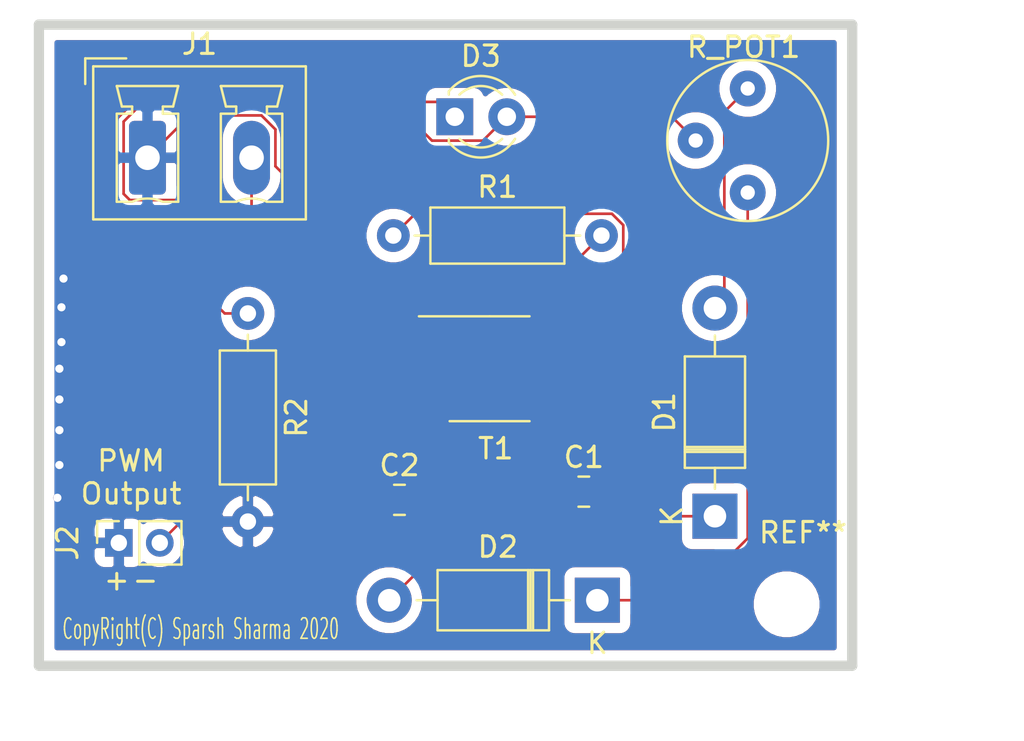
<source format=kicad_pcb>
(kicad_pcb (version 20171130) (host pcbnew "(5.1.8)-1")

  (general
    (thickness 1.6)
    (drawings 10)
    (tracks 75)
    (zones 0)
    (modules 12)
    (nets 10)
  )

  (page A4)
  (layers
    (0 F.Cu signal)
    (31 B.Cu signal)
    (32 B.Adhes user)
    (33 F.Adhes user)
    (34 B.Paste user)
    (35 F.Paste user)
    (36 B.SilkS user)
    (37 F.SilkS user)
    (38 B.Mask user)
    (39 F.Mask user)
    (40 Dwgs.User user)
    (41 Cmts.User user)
    (42 Eco1.User user hide)
    (43 Eco2.User user)
    (44 Edge.Cuts user)
    (45 Margin user)
    (46 B.CrtYd user)
    (47 F.CrtYd user)
    (48 B.Fab user)
    (49 F.Fab user)
  )

  (setup
    (last_trace_width 0.13)
    (trace_clearance 0.2)
    (zone_clearance 0.508)
    (zone_45_only no)
    (trace_min 0.02)
    (via_size 0.4064)
    (via_drill 0.4)
    (via_min_size 0.4)
    (via_min_drill 0.3)
    (uvia_size 0.3)
    (uvia_drill 0.1)
    (uvias_allowed no)
    (uvia_min_size 0.2)
    (uvia_min_drill 0.1)
    (edge_width 0.05)
    (segment_width 0.2)
    (pcb_text_width 0.3)
    (pcb_text_size 1.5 1.5)
    (mod_edge_width 0.12)
    (mod_text_size 1 1)
    (mod_text_width 0.15)
    (pad_size 1.524 1.524)
    (pad_drill 0.762)
    (pad_to_mask_clearance 0.2)
    (solder_mask_min_width 0.2)
    (aux_axis_origin 0 0)
    (visible_elements 7FFFFFFF)
    (pcbplotparams
      (layerselection 0x010fc_ffffffff)
      (usegerberextensions false)
      (usegerberattributes true)
      (usegerberadvancedattributes true)
      (creategerberjobfile true)
      (excludeedgelayer true)
      (linewidth 0.100000)
      (plotframeref false)
      (viasonmask false)
      (mode 1)
      (useauxorigin false)
      (hpglpennumber 1)
      (hpglpenspeed 20)
      (hpglpendiameter 15.000000)
      (psnegative false)
      (psa4output false)
      (plotreference true)
      (plotvalue true)
      (plotinvisibletext false)
      (padsonsilk false)
      (subtractmaskfromsilk false)
      (outputformat 1)
      (mirror false)
      (drillshape 1)
      (scaleselection 1)
      (outputdirectory ""))
  )

  (net 0 "")
  (net 1 "Net-(C1-Pad1)")
  (net 2 GND)
  (net 3 "Net-(C2-Pad1)")
  (net 4 "Net-(D1-Pad2)")
  (net 5 "Net-(D2-Pad1)")
  (net 6 "Net-(D3-Pad1)")
  (net 7 "Net-(D3-Pad2)")
  (net 8 "Net-(J1-Pad2)")
  (net 9 "Net-(R1-Pad1)")

  (net_class Default "This is the default net class."
    (clearance 0.2)
    (trace_width 0.13)
    (via_dia 0.4064)
    (via_drill 0.4)
    (uvia_dia 0.3)
    (uvia_drill 0.1)
    (add_net GND)
    (add_net "Net-(C1-Pad1)")
    (add_net "Net-(C2-Pad1)")
    (add_net "Net-(D1-Pad2)")
    (add_net "Net-(D2-Pad1)")
    (add_net "Net-(D3-Pad1)")
    (add_net "Net-(D3-Pad2)")
    (add_net "Net-(J1-Pad2)")
    (add_net "Net-(R1-Pad1)")
  )

  (module MountingHole:MountingHole_2.2mm_M2 (layer F.Cu) (tedit 56D1B4CB) (tstamp 5FB82A1F)
    (at 41.4 -612.9)
    (descr "Mounting Hole 2.2mm, no annular, M2")
    (tags "mounting hole 2.2mm no annular m2")
    (attr virtual)
    (fp_text reference REF** (at 0.8 -3.5) (layer F.SilkS)
      (effects (font (size 1 1) (thickness 0.15)))
    )
    (fp_text value MountingHole_2.2mm_M2 (at 0 3.2) (layer F.Fab)
      (effects (font (size 1 1) (thickness 0.15)))
    )
    (fp_text user %R (at 0.3 0) (layer F.Fab)
      (effects (font (size 1 1) (thickness 0.15)))
    )
    (fp_circle (center 0 0) (end 2.2 0) (layer Cmts.User) (width 0.15))
    (fp_circle (center 0 0) (end 2.45 0) (layer F.CrtYd) (width 0.05))
    (pad 1 np_thru_hole circle (at 0 0) (size 2.2 2.2) (drill 2.2) (layers *.Cu *.Mask))
  )

  (module Capacitor_SMD:C_0805_2012Metric_Pad1.18x1.45mm_HandSolder (layer F.Cu) (tedit 5F68FEEF) (tstamp 5FB76A84)
    (at 22.5 -618)
    (descr "Capacitor SMD 0805 (2012 Metric), square (rectangular) end terminal, IPC_7351 nominal with elongated pad for handsoldering. (Body size source: IPC-SM-782 page 76, https://www.pcb-3d.com/wordpress/wp-content/uploads/ipc-sm-782a_amendment_1_and_2.pdf, https://docs.google.com/spreadsheets/d/1BsfQQcO9C6DZCsRaXUlFlo91Tg2WpOkGARC1WS5S8t0/edit?usp=sharing), generated with kicad-footprint-generator")
    (tags "capacitor handsolder")
    (path /5FB6B23B)
    (attr smd)
    (fp_text reference C2 (at 0 -1.68) (layer F.SilkS)
      (effects (font (size 1 1) (thickness 0.15)))
    )
    (fp_text value 1nF (at 0 1.68) (layer F.Fab)
      (effects (font (size 1 1) (thickness 0.15)))
    )
    (fp_line (start -1 0.625) (end -1 -0.625) (layer F.Fab) (width 0.1))
    (fp_line (start -1 -0.625) (end 1 -0.625) (layer F.Fab) (width 0.1))
    (fp_line (start 1 -0.625) (end 1 0.625) (layer F.Fab) (width 0.1))
    (fp_line (start 1 0.625) (end -1 0.625) (layer F.Fab) (width 0.1))
    (fp_line (start -0.261252 -0.735) (end 0.261252 -0.735) (layer F.SilkS) (width 0.12))
    (fp_line (start -0.261252 0.735) (end 0.261252 0.735) (layer F.SilkS) (width 0.12))
    (fp_line (start -1.88 0.98) (end -1.88 -0.98) (layer F.CrtYd) (width 0.05))
    (fp_line (start -1.88 -0.98) (end 1.88 -0.98) (layer F.CrtYd) (width 0.05))
    (fp_line (start 1.88 -0.98) (end 1.88 0.98) (layer F.CrtYd) (width 0.05))
    (fp_line (start 1.88 0.98) (end -1.88 0.98) (layer F.CrtYd) (width 0.05))
    (fp_text user %R (at 0 0) (layer F.Fab)
      (effects (font (size 0.5 0.5) (thickness 0.08)))
    )
    (pad 2 smd roundrect (at 1.0375 0) (size 1.175 1.45) (layers F.Cu F.Paste F.Mask) (roundrect_rratio 0.212766)
      (net 2 GND))
    (pad 1 smd roundrect (at -1.0375 0) (size 1.175 1.45) (layers F.Cu F.Paste F.Mask) (roundrect_rratio 0.212766)
      (net 3 "Net-(C2-Pad1)"))
    (model ${KISYS3DMOD}/Capacitor_SMD.3dshapes/C_0805_2012Metric.wrl
      (at (xyz 0 0 0))
      (scale (xyz 1 1 1))
      (rotate (xyz 0 0 0))
    )
  )

  (module Capacitor_SMD:C_0805_2012Metric_Pad1.18x1.45mm_HandSolder (layer F.Cu) (tedit 5F68FEEF) (tstamp 5FB75AFF)
    (at 31.5 -618.4)
    (descr "Capacitor SMD 0805 (2012 Metric), square (rectangular) end terminal, IPC_7351 nominal with elongated pad for handsoldering. (Body size source: IPC-SM-782 page 76, https://www.pcb-3d.com/wordpress/wp-content/uploads/ipc-sm-782a_amendment_1_and_2.pdf, https://docs.google.com/spreadsheets/d/1BsfQQcO9C6DZCsRaXUlFlo91Tg2WpOkGARC1WS5S8t0/edit?usp=sharing), generated with kicad-footprint-generator")
    (tags "capacitor handsolder")
    (path /5FB6AC65)
    (attr smd)
    (fp_text reference C1 (at 0 -1.68) (layer F.SilkS)
      (effects (font (size 1 1) (thickness 0.15)))
    )
    (fp_text value 10nF (at 0 1.68) (layer F.Fab)
      (effects (font (size 1 1) (thickness 0.15)))
    )
    (fp_line (start -1 0.625) (end -1 -0.625) (layer F.Fab) (width 0.1))
    (fp_line (start -1 -0.625) (end 1 -0.625) (layer F.Fab) (width 0.1))
    (fp_line (start 1 -0.625) (end 1 0.625) (layer F.Fab) (width 0.1))
    (fp_line (start 1 0.625) (end -1 0.625) (layer F.Fab) (width 0.1))
    (fp_line (start -0.261252 -0.735) (end 0.261252 -0.735) (layer F.SilkS) (width 0.12))
    (fp_line (start -0.261252 0.735) (end 0.261252 0.735) (layer F.SilkS) (width 0.12))
    (fp_line (start -1.88 0.98) (end -1.88 -0.98) (layer F.CrtYd) (width 0.05))
    (fp_line (start -1.88 -0.98) (end 1.88 -0.98) (layer F.CrtYd) (width 0.05))
    (fp_line (start 1.88 -0.98) (end 1.88 0.98) (layer F.CrtYd) (width 0.05))
    (fp_line (start 1.88 0.98) (end -1.88 0.98) (layer F.CrtYd) (width 0.05))
    (fp_text user %R (at 0 0) (layer F.Fab)
      (effects (font (size 0.5 0.5) (thickness 0.08)))
    )
    (pad 2 smd roundrect (at 1.0375 0) (size 1.175 1.45) (layers F.Cu F.Paste F.Mask) (roundrect_rratio 0.212766)
      (net 2 GND))
    (pad 1 smd roundrect (at -1.0375 0) (size 1.175 1.45) (layers F.Cu F.Paste F.Mask) (roundrect_rratio 0.212766)
      (net 1 "Net-(C1-Pad1)"))
    (model ${KISYS3DMOD}/Capacitor_SMD.3dshapes/C_0805_2012Metric.wrl
      (at (xyz 0 0 0))
      (scale (xyz 1 1 1))
      (rotate (xyz 0 0 0))
    )
  )

  (module Potentiometer_THT:Potentiometer_Bourns_3339P_Vertical_HandSoldering (layer F.Cu) (tedit 5BCDF3D1) (tstamp 5FB6E488)
    (at 39.5 -633)
    (descr "Potentiometer, vertical, Bourns 3339P, hand-soldering, http://www.bourns.com/docs/Product-Datasheets/3339.pdf")
    (tags "Potentiometer vertical Bourns 3339P hand-soldering")
    (path /5FB6CBE4)
    (fp_text reference R_POT1 (at -0.2 -7.1) (layer F.SilkS)
      (effects (font (size 1 1) (thickness 0.15)))
    )
    (fp_text value 1K (at 0 2.52) (layer F.Fab)
      (effects (font (size 1 1) (thickness 0.15)))
    )
    (fp_circle (center 0 -2.54) (end 3.81 -2.54) (layer F.Fab) (width 0.1))
    (fp_circle (center 0 -2.54) (end 2.5 -2.54) (layer F.Fab) (width 0.1))
    (fp_circle (center 0 -2.54) (end 3.93 -2.54) (layer F.SilkS) (width 0.12))
    (fp_line (start 0 -0.064) (end 0.001 -5.014) (layer F.Fab) (width 0.1))
    (fp_line (start 0 -0.064) (end 0.001 -5.014) (layer F.Fab) (width 0.1))
    (fp_line (start -4.1 -6.6) (end -4.1 1.55) (layer F.CrtYd) (width 0.05))
    (fp_line (start -4.1 1.55) (end 4.1 1.55) (layer F.CrtYd) (width 0.05))
    (fp_line (start 4.1 1.55) (end 4.1 -6.6) (layer F.CrtYd) (width 0.05))
    (fp_line (start 4.1 -6.6) (end -4.1 -6.6) (layer F.CrtYd) (width 0.05))
    (fp_text user %R (at -3.018 -2.54 90) (layer F.Fab)
      (effects (font (size 0.66 0.66) (thickness 0.15)))
    )
    (pad 3 thru_hole circle (at 0 -5.08) (size 1.75 1.75) (drill 0.7) (layers *.Cu *.Mask)
      (net 4 "Net-(D1-Pad2)"))
    (pad 2 thru_hole circle (at -2.54 -2.54) (size 1.75 1.75) (drill 0.7) (layers *.Cu *.Mask)
      (net 7 "Net-(D3-Pad2)"))
    (pad 1 thru_hole circle (at 0 0) (size 1.75 1.75) (drill 0.7) (layers *.Cu *.Mask)
      (net 5 "Net-(D2-Pad1)"))
    (model ${KISYS3DMOD}/Potentiometer_THT.3dshapes/Potentiometer_Bourns_3339P_Vertical.wrl
      (at (xyz 0 0 0))
      (scale (xyz 1 1 1))
      (rotate (xyz 0 0 0))
    )
  )

  (module Package_SO:SOIC-8_3.9x4.9mm_P1.27mm (layer F.Cu) (tedit 5D9F72B1) (tstamp 5FB6DD92)
    (at 26.9 -624.4)
    (descr "SOIC, 8 Pin (JEDEC MS-012AA, https://www.analog.com/media/en/package-pcb-resources/package/pkg_pdf/soic_narrow-r/r_8.pdf), generated with kicad-footprint-generator ipc_gullwing_generator.py")
    (tags "SOIC SO")
    (path /5FB68BBF)
    (attr smd)
    (fp_text reference T1 (at 0.3 3.9) (layer F.SilkS)
      (effects (font (size 1 1) (thickness 0.15)))
    )
    (fp_text value LMC555xM (at 0 3.4) (layer F.Fab)
      (effects (font (size 1 1) (thickness 0.15)))
    )
    (fp_line (start 3.7 -2.7) (end -3.7 -2.7) (layer F.CrtYd) (width 0.05))
    (fp_line (start 3.7 2.7) (end 3.7 -2.7) (layer F.CrtYd) (width 0.05))
    (fp_line (start -3.7 2.7) (end 3.7 2.7) (layer F.CrtYd) (width 0.05))
    (fp_line (start -3.7 -2.7) (end -3.7 2.7) (layer F.CrtYd) (width 0.05))
    (fp_line (start -1.95 -1.475) (end -0.975 -2.45) (layer F.Fab) (width 0.1))
    (fp_line (start -1.95 2.45) (end -1.95 -1.475) (layer F.Fab) (width 0.1))
    (fp_line (start 1.95 2.45) (end -1.95 2.45) (layer F.Fab) (width 0.1))
    (fp_line (start 1.95 -2.45) (end 1.95 2.45) (layer F.Fab) (width 0.1))
    (fp_line (start -0.975 -2.45) (end 1.95 -2.45) (layer F.Fab) (width 0.1))
    (fp_line (start 0 -2.56) (end -3.45 -2.56) (layer F.SilkS) (width 0.12))
    (fp_line (start 0 -2.56) (end 1.95 -2.56) (layer F.SilkS) (width 0.12))
    (fp_line (start 0 2.56) (end -1.95 2.56) (layer F.SilkS) (width 0.12))
    (fp_line (start 0 2.56) (end 1.95 2.56) (layer F.SilkS) (width 0.12))
    (fp_text user %R (at 0.2 -1.2) (layer F.Fab)
      (effects (font (size 0.98 0.98) (thickness 0.15)))
    )
    (pad 8 smd roundrect (at 2.475 -1.905) (size 1.95 0.6) (layers F.Cu F.Paste F.Mask) (roundrect_rratio 0.25)
      (net 8 "Net-(J1-Pad2)"))
    (pad 7 smd roundrect (at 2.475 -0.635) (size 1.95 0.6) (layers F.Cu F.Paste F.Mask) (roundrect_rratio 0.25)
      (net 9 "Net-(R1-Pad1)"))
    (pad 6 smd roundrect (at 2.475 0.635) (size 1.95 0.6) (layers F.Cu F.Paste F.Mask) (roundrect_rratio 0.25)
      (net 1 "Net-(C1-Pad1)"))
    (pad 5 smd roundrect (at 2.475 1.905) (size 1.95 0.6) (layers F.Cu F.Paste F.Mask) (roundrect_rratio 0.25)
      (net 3 "Net-(C2-Pad1)"))
    (pad 4 smd roundrect (at -2.475 1.905) (size 1.95 0.6) (layers F.Cu F.Paste F.Mask) (roundrect_rratio 0.25)
      (net 8 "Net-(J1-Pad2)"))
    (pad 3 smd roundrect (at -2.475 0.635) (size 1.95 0.6) (layers F.Cu F.Paste F.Mask) (roundrect_rratio 0.25)
      (net 7 "Net-(D3-Pad2)"))
    (pad 2 smd roundrect (at -2.475 -0.635) (size 1.95 0.6) (layers F.Cu F.Paste F.Mask) (roundrect_rratio 0.25)
      (net 1 "Net-(C1-Pad1)"))
    (pad 1 smd roundrect (at -2.475 -1.905) (size 1.95 0.6) (layers F.Cu F.Paste F.Mask) (roundrect_rratio 0.25)
      (net 2 GND))
    (model ${KISYS3DMOD}/Package_SO.3dshapes/SOIC-8_3.9x4.9mm_P1.27mm.wrl
      (at (xyz 0 0 0))
      (scale (xyz 1 1 1))
      (rotate (xyz 0 0 0))
    )
  )

  (module LED_THT:LED_D3.0mm (layer F.Cu) (tedit 587A3A7B) (tstamp 5FB6DD01)
    (at 25.2 -636.7)
    (descr "LED, diameter 3.0mm, 2 pins")
    (tags "LED diameter 3.0mm 2 pins")
    (path /5FB69ADB)
    (fp_text reference D3 (at 1.27 -2.96) (layer F.SilkS)
      (effects (font (size 1 1) (thickness 0.15)))
    )
    (fp_text value LED (at 1.27 2.96) (layer F.Fab)
      (effects (font (size 1 1) (thickness 0.15)))
    )
    (fp_circle (center 1.27 0) (end 2.77 0) (layer F.Fab) (width 0.1))
    (fp_line (start -0.23 -1.16619) (end -0.23 1.16619) (layer F.Fab) (width 0.1))
    (fp_line (start -0.29 -1.236) (end -0.29 -1.08) (layer F.SilkS) (width 0.12))
    (fp_line (start -0.29 1.08) (end -0.29 1.236) (layer F.SilkS) (width 0.12))
    (fp_line (start -1.15 -2.25) (end -1.15 2.25) (layer F.CrtYd) (width 0.05))
    (fp_line (start -1.15 2.25) (end 3.7 2.25) (layer F.CrtYd) (width 0.05))
    (fp_line (start 3.7 2.25) (end 3.7 -2.25) (layer F.CrtYd) (width 0.05))
    (fp_line (start 3.7 -2.25) (end -1.15 -2.25) (layer F.CrtYd) (width 0.05))
    (fp_arc (start 1.27 0) (end -0.23 -1.16619) (angle 284.3) (layer F.Fab) (width 0.1))
    (fp_arc (start 1.27 0) (end -0.29 -1.235516) (angle 108.8) (layer F.SilkS) (width 0.12))
    (fp_arc (start 1.27 0) (end -0.29 1.235516) (angle -108.8) (layer F.SilkS) (width 0.12))
    (fp_arc (start 1.27 0) (end 0.229039 -1.08) (angle 87.9) (layer F.SilkS) (width 0.12))
    (fp_arc (start 1.27 0) (end 0.229039 1.08) (angle -87.9) (layer F.SilkS) (width 0.12))
    (pad 1 thru_hole rect (at 0 0) (size 1.8 1.8) (drill 0.9) (layers *.Cu *.Mask)
      (net 6 "Net-(D3-Pad1)"))
    (pad 2 thru_hole circle (at 2.54 0) (size 1.8 1.8) (drill 0.9) (layers *.Cu *.Mask)
      (net 7 "Net-(D3-Pad2)"))
    (model ${KISYS3DMOD}/LED_THT.3dshapes/LED_D3.0mm.wrl
      (at (xyz 0 0 0))
      (scale (xyz 1 1 1))
      (rotate (xyz 0 0 0))
    )
  )

  (module Resistor_THT:R_Axial_DIN0207_L6.3mm_D2.5mm_P10.16mm_Horizontal (layer F.Cu) (tedit 5AE5139B) (tstamp 5FB6DD50)
    (at 22.2 -630.9)
    (descr "Resistor, Axial_DIN0207 series, Axial, Horizontal, pin pitch=10.16mm, 0.25W = 1/4W, length*diameter=6.3*2.5mm^2, http://cdn-reichelt.de/documents/datenblatt/B400/1_4W%23YAG.pdf")
    (tags "Resistor Axial_DIN0207 series Axial Horizontal pin pitch 10.16mm 0.25W = 1/4W length 6.3mm diameter 2.5mm")
    (path /5FB6C15B)
    (fp_text reference R1 (at 5.08 -2.37) (layer F.SilkS)
      (effects (font (size 1 1) (thickness 0.15)))
    )
    (fp_text value 10k (at 5.08 2.37) (layer F.Fab)
      (effects (font (size 1 1) (thickness 0.15)))
    )
    (fp_line (start 1.93 -1.25) (end 1.93 1.25) (layer F.Fab) (width 0.1))
    (fp_line (start 1.93 1.25) (end 8.23 1.25) (layer F.Fab) (width 0.1))
    (fp_line (start 8.23 1.25) (end 8.23 -1.25) (layer F.Fab) (width 0.1))
    (fp_line (start 8.23 -1.25) (end 1.93 -1.25) (layer F.Fab) (width 0.1))
    (fp_line (start 0 0) (end 1.93 0) (layer F.Fab) (width 0.1))
    (fp_line (start 10.16 0) (end 8.23 0) (layer F.Fab) (width 0.1))
    (fp_line (start 1.81 -1.37) (end 1.81 1.37) (layer F.SilkS) (width 0.12))
    (fp_line (start 1.81 1.37) (end 8.35 1.37) (layer F.SilkS) (width 0.12))
    (fp_line (start 8.35 1.37) (end 8.35 -1.37) (layer F.SilkS) (width 0.12))
    (fp_line (start 8.35 -1.37) (end 1.81 -1.37) (layer F.SilkS) (width 0.12))
    (fp_line (start 1.04 0) (end 1.81 0) (layer F.SilkS) (width 0.12))
    (fp_line (start 9.12 0) (end 8.35 0) (layer F.SilkS) (width 0.12))
    (fp_line (start -1.05 -1.5) (end -1.05 1.5) (layer F.CrtYd) (width 0.05))
    (fp_line (start -1.05 1.5) (end 11.21 1.5) (layer F.CrtYd) (width 0.05))
    (fp_line (start 11.21 1.5) (end 11.21 -1.5) (layer F.CrtYd) (width 0.05))
    (fp_line (start 11.21 -1.5) (end -1.05 -1.5) (layer F.CrtYd) (width 0.05))
    (fp_text user %R (at 5.08 0) (layer F.Fab)
      (effects (font (size 1 1) (thickness 0.15)))
    )
    (pad 1 thru_hole circle (at 0 0) (size 1.6 1.6) (drill 0.8) (layers *.Cu *.Mask)
      (net 9 "Net-(R1-Pad1)"))
    (pad 2 thru_hole oval (at 10.16 0) (size 1.6 1.6) (drill 0.8) (layers *.Cu *.Mask)
      (net 8 "Net-(J1-Pad2)"))
    (model ${KISYS3DMOD}/Resistor_THT.3dshapes/R_Axial_DIN0207_L6.3mm_D2.5mm_P10.16mm_Horizontal.wrl
      (at (xyz 0 0 0))
      (scale (xyz 1 1 1))
      (rotate (xyz 0 0 0))
    )
  )

  (module Resistor_THT:R_Axial_DIN0207_L6.3mm_D2.5mm_P10.16mm_Horizontal (layer F.Cu) (tedit 5AE5139B) (tstamp 5FB6DD67)
    (at 15.1 -627.1 270)
    (descr "Resistor, Axial_DIN0207 series, Axial, Horizontal, pin pitch=10.16mm, 0.25W = 1/4W, length*diameter=6.3*2.5mm^2, http://cdn-reichelt.de/documents/datenblatt/B400/1_4W%23YAG.pdf")
    (tags "Resistor Axial_DIN0207 series Axial Horizontal pin pitch 10.16mm 0.25W = 1/4W length 6.3mm diameter 2.5mm")
    (path /5FB6C760)
    (fp_text reference R2 (at 5.08 -2.37 90) (layer F.SilkS)
      (effects (font (size 1 1) (thickness 0.15)))
    )
    (fp_text value 220 (at 5.08 2.37 90) (layer F.Fab)
      (effects (font (size 1 1) (thickness 0.15)))
    )
    (fp_line (start 1.93 -1.25) (end 1.93 1.25) (layer F.Fab) (width 0.1))
    (fp_line (start 1.93 1.25) (end 8.23 1.25) (layer F.Fab) (width 0.1))
    (fp_line (start 8.23 1.25) (end 8.23 -1.25) (layer F.Fab) (width 0.1))
    (fp_line (start 8.23 -1.25) (end 1.93 -1.25) (layer F.Fab) (width 0.1))
    (fp_line (start 0 0) (end 1.93 0) (layer F.Fab) (width 0.1))
    (fp_line (start 10.16 0) (end 8.23 0) (layer F.Fab) (width 0.1))
    (fp_line (start 1.81 -1.37) (end 1.81 1.37) (layer F.SilkS) (width 0.12))
    (fp_line (start 1.81 1.37) (end 8.35 1.37) (layer F.SilkS) (width 0.12))
    (fp_line (start 8.35 1.37) (end 8.35 -1.37) (layer F.SilkS) (width 0.12))
    (fp_line (start 8.35 -1.37) (end 1.81 -1.37) (layer F.SilkS) (width 0.12))
    (fp_line (start 1.04 0) (end 1.81 0) (layer F.SilkS) (width 0.12))
    (fp_line (start 9.12 0) (end 8.35 0) (layer F.SilkS) (width 0.12))
    (fp_line (start -1.05 -1.5) (end -1.05 1.5) (layer F.CrtYd) (width 0.05))
    (fp_line (start -1.05 1.5) (end 11.21 1.5) (layer F.CrtYd) (width 0.05))
    (fp_line (start 11.21 1.5) (end 11.21 -1.5) (layer F.CrtYd) (width 0.05))
    (fp_line (start 11.21 -1.5) (end -1.05 -1.5) (layer F.CrtYd) (width 0.05))
    (fp_text user %R (at 4.8 0.3 90) (layer F.Fab)
      (effects (font (size 1 1) (thickness 0.15)))
    )
    (pad 1 thru_hole circle (at 0 0 270) (size 1.6 1.6) (drill 0.8) (layers *.Cu *.Mask)
      (net 6 "Net-(D3-Pad1)"))
    (pad 2 thru_hole oval (at 10.16 0 270) (size 1.6 1.6) (drill 0.8) (layers *.Cu *.Mask)
      (net 2 GND))
    (model ${KISYS3DMOD}/Resistor_THT.3dshapes/R_Axial_DIN0207_L6.3mm_D2.5mm_P10.16mm_Horizontal.wrl
      (at (xyz 0 0 0))
      (scale (xyz 1 1 1))
      (rotate (xyz 0 0 0))
    )
  )

  (module Connector_Phoenix_MC_HighVoltage:PhoenixContact_MCV_1,5_2-G-5.08_1x02_P5.08mm_Vertical (layer F.Cu) (tedit 5B784ED3) (tstamp 5FB75B1F)
    (at 10.2 -634.7)
    (descr "Generic Phoenix Contact connector footprint for: MCV_1,5/2-G-5.08; number of pins: 02; pin pitch: 5.08mm; Vertical || order number: 1836299 8A 320V")
    (tags "phoenix_contact connector MCV_01x02_G_5.08mm")
    (path /5FB76581)
    (fp_text reference J1 (at 2.54 -5.55) (layer F.SilkS)
      (effects (font (size 1 1) (thickness 0.15)))
    )
    (fp_text value Screw_Terminal_01x02 (at 2.54 4.1) (layer F.Fab)
      (effects (font (size 1 1) (thickness 0.15)))
    )
    (fp_line (start -3.04 -4.85) (end -1.04 -4.85) (layer F.Fab) (width 0.1))
    (fp_line (start -3.04 -3.6) (end -3.04 -4.85) (layer F.Fab) (width 0.1))
    (fp_line (start -3.04 -4.85) (end -1.04 -4.85) (layer F.SilkS) (width 0.12))
    (fp_line (start -3.04 -3.6) (end -3.04 -4.85) (layer F.SilkS) (width 0.12))
    (fp_line (start 8.12 -4.85) (end -3.04 -4.85) (layer F.CrtYd) (width 0.05))
    (fp_line (start 8.12 3.4) (end 8.12 -4.85) (layer F.CrtYd) (width 0.05))
    (fp_line (start -3.04 3.4) (end 8.12 3.4) (layer F.CrtYd) (width 0.05))
    (fp_line (start -3.04 -4.85) (end -3.04 3.4) (layer F.CrtYd) (width 0.05))
    (fp_line (start 6.58 2.15) (end 5.83 2.15) (layer F.SilkS) (width 0.12))
    (fp_line (start 6.58 -2.15) (end 6.58 2.15) (layer F.SilkS) (width 0.12))
    (fp_line (start 5.83 -2.15) (end 6.58 -2.15) (layer F.SilkS) (width 0.12))
    (fp_line (start 5.83 -2.5) (end 5.83 -2.15) (layer F.SilkS) (width 0.12))
    (fp_line (start 6.33 -2.5) (end 5.83 -2.5) (layer F.SilkS) (width 0.12))
    (fp_line (start 6.58 -3.5) (end 6.33 -2.5) (layer F.SilkS) (width 0.12))
    (fp_line (start 3.58 -3.5) (end 6.58 -3.5) (layer F.SilkS) (width 0.12))
    (fp_line (start 3.83 -2.5) (end 3.58 -3.5) (layer F.SilkS) (width 0.12))
    (fp_line (start 4.33 -2.5) (end 3.83 -2.5) (layer F.SilkS) (width 0.12))
    (fp_line (start 4.33 -2.15) (end 4.33 -2.5) (layer F.SilkS) (width 0.12))
    (fp_line (start 3.58 -2.15) (end 4.33 -2.15) (layer F.SilkS) (width 0.12))
    (fp_line (start 3.58 2.15) (end 3.58 -2.15) (layer F.SilkS) (width 0.12))
    (fp_line (start 4.33 2.15) (end 3.58 2.15) (layer F.SilkS) (width 0.12))
    (fp_line (start 1.5 2.15) (end 0.75 2.15) (layer F.SilkS) (width 0.12))
    (fp_line (start 1.5 -2.15) (end 1.5 2.15) (layer F.SilkS) (width 0.12))
    (fp_line (start 0.75 -2.15) (end 1.5 -2.15) (layer F.SilkS) (width 0.12))
    (fp_line (start 0.75 -2.5) (end 0.75 -2.15) (layer F.SilkS) (width 0.12))
    (fp_line (start 1.25 -2.5) (end 0.75 -2.5) (layer F.SilkS) (width 0.12))
    (fp_line (start 1.5 -3.5) (end 1.25 -2.5) (layer F.SilkS) (width 0.12))
    (fp_line (start -1.5 -3.5) (end 1.5 -3.5) (layer F.SilkS) (width 0.12))
    (fp_line (start -1.25 -2.5) (end -1.5 -3.5) (layer F.SilkS) (width 0.12))
    (fp_line (start -0.75 -2.5) (end -1.25 -2.5) (layer F.SilkS) (width 0.12))
    (fp_line (start -0.75 -2.15) (end -0.75 -2.5) (layer F.SilkS) (width 0.12))
    (fp_line (start -1.5 -2.15) (end -0.75 -2.15) (layer F.SilkS) (width 0.12))
    (fp_line (start -1.5 2.15) (end -1.5 -2.15) (layer F.SilkS) (width 0.12))
    (fp_line (start -0.75 2.15) (end -1.5 2.15) (layer F.SilkS) (width 0.12))
    (fp_line (start 7.62 -4.35) (end -2.54 -4.35) (layer F.Fab) (width 0.1))
    (fp_line (start 7.62 2.9) (end 7.62 -4.35) (layer F.Fab) (width 0.1))
    (fp_line (start -2.54 2.9) (end 7.62 2.9) (layer F.Fab) (width 0.1))
    (fp_line (start -2.54 -4.35) (end -2.54 2.9) (layer F.Fab) (width 0.1))
    (fp_line (start 7.73 -4.46) (end -2.65 -4.46) (layer F.SilkS) (width 0.12))
    (fp_line (start 7.73 3.01) (end 7.73 -4.46) (layer F.SilkS) (width 0.12))
    (fp_line (start -2.65 3.01) (end 7.73 3.01) (layer F.SilkS) (width 0.12))
    (fp_line (start -2.65 -4.46) (end -2.65 3.01) (layer F.SilkS) (width 0.12))
    (fp_arc (start 0 3.85) (end -0.75 2.15) (angle 47.6) (layer F.SilkS) (width 0.12))
    (fp_arc (start 5.08 3.85) (end 4.33 2.15) (angle 47.6) (layer F.SilkS) (width 0.12))
    (fp_text user %R (at 2.54 -3.65) (layer F.Fab)
      (effects (font (size 1 1) (thickness 0.15)))
    )
    (pad 1 thru_hole roundrect (at 0 0) (size 1.8 3.6) (drill 1.2) (layers *.Cu *.Mask) (roundrect_rratio 0.138889)
      (net 2 GND))
    (pad 2 thru_hole oval (at 5.08 0) (size 1.8 3.6) (drill 1.2) (layers *.Cu *.Mask)
      (net 8 "Net-(J1-Pad2)"))
    (model ${KISYS3DMOD}/Connector_Phoenix_MC_HighVoltage.3dshapes/PhoenixContact_MCV_1,5_2-G-5.08_1x02_P5.08mm_Vertical.wrl
      (at (xyz 0 0 0))
      (scale (xyz 1 1 1))
      (rotate (xyz 0 0 0))
    )
  )

  (module Diode_THT:D_DO-41_SOD81_P10.16mm_Horizontal (layer F.Cu) (tedit 5AE50CD5) (tstamp 5FB82A95)
    (at 37.9 -617.2 90)
    (descr "Diode, DO-41_SOD81 series, Axial, Horizontal, pin pitch=10.16mm, , length*diameter=5.2*2.7mm^2, , http://www.diodes.com/_files/packages/DO-41%20(Plastic).pdf")
    (tags "Diode DO-41_SOD81 series Axial Horizontal pin pitch 10.16mm  length 5.2mm diameter 2.7mm")
    (path /5FB6EAFD)
    (fp_text reference D1 (at 5.08 -2.47 90) (layer F.SilkS)
      (effects (font (size 1 1) (thickness 0.15)))
    )
    (fp_text value 1N5400 (at 5.08 2.47 90) (layer F.Fab)
      (effects (font (size 1 1) (thickness 0.15)))
    )
    (fp_line (start 2.48 -1.35) (end 2.48 1.35) (layer F.Fab) (width 0.1))
    (fp_line (start 2.48 1.35) (end 7.68 1.35) (layer F.Fab) (width 0.1))
    (fp_line (start 7.68 1.35) (end 7.68 -1.35) (layer F.Fab) (width 0.1))
    (fp_line (start 7.68 -1.35) (end 2.48 -1.35) (layer F.Fab) (width 0.1))
    (fp_line (start 0 0) (end 2.48 0) (layer F.Fab) (width 0.1))
    (fp_line (start 10.16 0) (end 7.68 0) (layer F.Fab) (width 0.1))
    (fp_line (start 3.26 -1.35) (end 3.26 1.35) (layer F.Fab) (width 0.1))
    (fp_line (start 3.36 -1.35) (end 3.36 1.35) (layer F.Fab) (width 0.1))
    (fp_line (start 3.16 -1.35) (end 3.16 1.35) (layer F.Fab) (width 0.1))
    (fp_line (start 2.36 -1.47) (end 2.36 1.47) (layer F.SilkS) (width 0.12))
    (fp_line (start 2.36 1.47) (end 7.8 1.47) (layer F.SilkS) (width 0.12))
    (fp_line (start 7.8 1.47) (end 7.8 -1.47) (layer F.SilkS) (width 0.12))
    (fp_line (start 7.8 -1.47) (end 2.36 -1.47) (layer F.SilkS) (width 0.12))
    (fp_line (start 1.34 0) (end 2.36 0) (layer F.SilkS) (width 0.12))
    (fp_line (start 8.82 0) (end 7.8 0) (layer F.SilkS) (width 0.12))
    (fp_line (start 3.26 -1.47) (end 3.26 1.47) (layer F.SilkS) (width 0.12))
    (fp_line (start 3.38 -1.47) (end 3.38 1.47) (layer F.SilkS) (width 0.12))
    (fp_line (start 3.14 -1.47) (end 3.14 1.47) (layer F.SilkS) (width 0.12))
    (fp_line (start -1.35 -1.6) (end -1.35 1.6) (layer F.CrtYd) (width 0.05))
    (fp_line (start -1.35 1.6) (end 11.51 1.6) (layer F.CrtYd) (width 0.05))
    (fp_line (start 11.51 1.6) (end 11.51 -1.6) (layer F.CrtYd) (width 0.05))
    (fp_line (start 11.51 -1.6) (end -1.35 -1.6) (layer F.CrtYd) (width 0.05))
    (fp_text user %R (at 5.47 0 90) (layer F.Fab)
      (effects (font (size 1 1) (thickness 0.15)))
    )
    (fp_text user K (at 0 -2.1 90) (layer F.Fab)
      (effects (font (size 1 1) (thickness 0.15)))
    )
    (fp_text user K (at 0 -2.1 90) (layer F.SilkS)
      (effects (font (size 1 1) (thickness 0.15)))
    )
    (pad 1 thru_hole rect (at 0 0 90) (size 2.2 2.2) (drill 1.1) (layers *.Cu *.Mask)
      (net 1 "Net-(C1-Pad1)"))
    (pad 2 thru_hole oval (at 10.16 0 90) (size 2.2 2.2) (drill 1.1) (layers *.Cu *.Mask)
      (net 4 "Net-(D1-Pad2)"))
    (model ${KISYS3DMOD}/Diode_THT.3dshapes/D_DO-41_SOD81_P10.16mm_Horizontal.wrl
      (at (xyz 0 0 0))
      (scale (xyz 1 1 1))
      (rotate (xyz 0 0 0))
    )
  )

  (module Diode_THT:D_DO-41_SOD81_P10.16mm_Horizontal (layer F.Cu) (tedit 5AE50CD5) (tstamp 5FB7894D)
    (at 32.16 -613.1 180)
    (descr "Diode, DO-41_SOD81 series, Axial, Horizontal, pin pitch=10.16mm, , length*diameter=5.2*2.7mm^2, , http://www.diodes.com/_files/packages/DO-41%20(Plastic).pdf")
    (tags "Diode DO-41_SOD81 series Axial Horizontal pin pitch 10.16mm  length 5.2mm diameter 2.7mm")
    (path /5FB6F1CF)
    (fp_text reference D2 (at 4.86 2.6) (layer F.SilkS)
      (effects (font (size 1 1) (thickness 0.15)))
    )
    (fp_text value 1N5400 (at 5.08 2.47) (layer F.Fab)
      (effects (font (size 1 1) (thickness 0.15)))
    )
    (fp_line (start 11.51 -1.6) (end -1.35 -1.6) (layer F.CrtYd) (width 0.05))
    (fp_line (start 11.51 1.6) (end 11.51 -1.6) (layer F.CrtYd) (width 0.05))
    (fp_line (start -1.35 1.6) (end 11.51 1.6) (layer F.CrtYd) (width 0.05))
    (fp_line (start -1.35 -1.6) (end -1.35 1.6) (layer F.CrtYd) (width 0.05))
    (fp_line (start 3.14 -1.47) (end 3.14 1.47) (layer F.SilkS) (width 0.12))
    (fp_line (start 3.38 -1.47) (end 3.38 1.47) (layer F.SilkS) (width 0.12))
    (fp_line (start 3.26 -1.47) (end 3.26 1.47) (layer F.SilkS) (width 0.12))
    (fp_line (start 8.82 0) (end 7.8 0) (layer F.SilkS) (width 0.12))
    (fp_line (start 1.34 0) (end 2.36 0) (layer F.SilkS) (width 0.12))
    (fp_line (start 7.8 -1.47) (end 2.36 -1.47) (layer F.SilkS) (width 0.12))
    (fp_line (start 7.8 1.47) (end 7.8 -1.47) (layer F.SilkS) (width 0.12))
    (fp_line (start 2.36 1.47) (end 7.8 1.47) (layer F.SilkS) (width 0.12))
    (fp_line (start 2.36 -1.47) (end 2.36 1.47) (layer F.SilkS) (width 0.12))
    (fp_line (start 3.16 -1.35) (end 3.16 1.35) (layer F.Fab) (width 0.1))
    (fp_line (start 3.36 -1.35) (end 3.36 1.35) (layer F.Fab) (width 0.1))
    (fp_line (start 3.26 -1.35) (end 3.26 1.35) (layer F.Fab) (width 0.1))
    (fp_line (start 10.16 0) (end 7.68 0) (layer F.Fab) (width 0.1))
    (fp_line (start 0 0) (end 2.48 0) (layer F.Fab) (width 0.1))
    (fp_line (start 7.68 -1.35) (end 2.48 -1.35) (layer F.Fab) (width 0.1))
    (fp_line (start 7.68 1.35) (end 7.68 -1.35) (layer F.Fab) (width 0.1))
    (fp_line (start 2.48 1.35) (end 7.68 1.35) (layer F.Fab) (width 0.1))
    (fp_line (start 2.48 -1.35) (end 2.48 1.35) (layer F.Fab) (width 0.1))
    (fp_text user K (at 0 -2.1) (layer F.SilkS)
      (effects (font (size 1 1) (thickness 0.15)))
    )
    (fp_text user K (at 0 -2.1) (layer F.Fab)
      (effects (font (size 1 1) (thickness 0.15)))
    )
    (fp_text user %R (at 5.25 0) (layer F.Fab)
      (effects (font (size 1 1) (thickness 0.15)))
    )
    (pad 2 thru_hole oval (at 10.16 0 180) (size 2.2 2.2) (drill 1.1) (layers *.Cu *.Mask)
      (net 1 "Net-(C1-Pad1)"))
    (pad 1 thru_hole rect (at 0 0 180) (size 2.2 2.2) (drill 1.1) (layers *.Cu *.Mask)
      (net 5 "Net-(D2-Pad1)"))
    (model ${KISYS3DMOD}/Diode_THT.3dshapes/D_DO-41_SOD81_P10.16mm_Horizontal.wrl
      (at (xyz 0 0 0))
      (scale (xyz 1 1 1))
      (rotate (xyz 0 0 0))
    )
  )

  (module Connector_PinSocket_2.00mm:PinSocket_1x02_P2.00mm_Vertical (layer F.Cu) (tedit 5A19A42F) (tstamp 5FB7D598)
    (at 8.8 -615.9 90)
    (descr "Through hole straight socket strip, 1x02, 2.00mm pitch, single row (from Kicad 4.0.7), script generated")
    (tags "Through hole socket strip THT 1x02 2.00mm single row")
    (path /5FB80AFB)
    (fp_text reference J2 (at 0 -2.5 90) (layer F.SilkS)
      (effects (font (size 1 1) (thickness 0.15)))
    )
    (fp_text value Conn_01x02_Male (at 0 4.5 90) (layer F.Fab)
      (effects (font (size 1 1) (thickness 0.15)))
    )
    (fp_line (start -1 -1) (end 0.5 -1) (layer F.Fab) (width 0.1))
    (fp_line (start 0.5 -1) (end 1 -0.5) (layer F.Fab) (width 0.1))
    (fp_line (start 1 -0.5) (end 1 3) (layer F.Fab) (width 0.1))
    (fp_line (start 1 3) (end -1 3) (layer F.Fab) (width 0.1))
    (fp_line (start -1 3) (end -1 -1) (layer F.Fab) (width 0.1))
    (fp_line (start -1.06 1) (end 1.06 1) (layer F.SilkS) (width 0.12))
    (fp_line (start -1.06 1) (end -1.06 3.06) (layer F.SilkS) (width 0.12))
    (fp_line (start -1.06 3.06) (end 1.06 3.06) (layer F.SilkS) (width 0.12))
    (fp_line (start 1.06 1) (end 1.06 3.06) (layer F.SilkS) (width 0.12))
    (fp_line (start 1.06 -1.06) (end 1.06 0) (layer F.SilkS) (width 0.12))
    (fp_line (start 0 -1.06) (end 1.06 -1.06) (layer F.SilkS) (width 0.12))
    (fp_line (start -1.5 -1.5) (end 1.5 -1.5) (layer F.CrtYd) (width 0.05))
    (fp_line (start 1.5 -1.5) (end 1.5 3.5) (layer F.CrtYd) (width 0.05))
    (fp_line (start 1.5 3.5) (end -1.5 3.5) (layer F.CrtYd) (width 0.05))
    (fp_line (start -1.5 3.5) (end -1.5 -1.5) (layer F.CrtYd) (width 0.05))
    (fp_text user %R (at 0 1) (layer F.Fab)
      (effects (font (size 1 1) (thickness 0.15)))
    )
    (pad 1 thru_hole rect (at 0 0 90) (size 1.35 1.35) (drill 0.8) (layers *.Cu *.Mask)
      (net 2 GND))
    (pad 2 thru_hole oval (at 0 2 90) (size 1.35 1.35) (drill 0.8) (layers *.Cu *.Mask)
      (net 7 "Net-(D3-Pad2)"))
    (model ${KISYS3DMOD}/Connector_PinSocket_2.00mm.3dshapes/PinSocket_1x02_P2.00mm_Vertical.wrl
      (at (xyz 0 0 0))
      (scale (xyz 1 1 1))
      (rotate (xyz 0 0 0))
    )
  )

  (dimension 40.300124 (width 0.15) (layer Dwgs.User)
    (gr_text "1.5866 in" (at 24.745001 -605.635617 -0.1421728584) (layer Dwgs.User)
      (effects (font (size 1 1) (thickness 0.15)))
    )
    (feature1 (pts (xy 4.6 -607.7) (xy 4.596772 -606.399194)))
    (feature2 (pts (xy 44.9 -607.6) (xy 44.896772 -606.299194)))
    (crossbar (pts (xy 44.898227 -606.885613) (xy 4.598227 -606.985613)))
    (arrow1a (pts (xy 4.598227 -606.985613) (xy 5.726182 -607.569237)))
    (arrow1b (pts (xy 4.598227 -606.985613) (xy 5.723272 -606.396399)))
    (arrow2a (pts (xy 44.898227 -606.885613) (xy 43.773182 -607.474827)))
    (arrow2b (pts (xy 44.898227 -606.885613) (xy 43.770272 -606.301989)))
  )
  (dimension 31.700158 (width 0.15) (layer Dwgs.User)
    (gr_text "1.2480 in" (at 49.344617 -625.5585 270.1807432) (layer Dwgs.User)
      (effects (font (size 1 1) (thickness 0.15)))
    )
    (feature1 (pts (xy 46.7 -609.7) (xy 48.681041 -609.706249)))
    (feature2 (pts (xy 46.6 -641.4) (xy 48.581041 -641.406249)))
    (crossbar (pts (xy 47.994623 -641.404399) (xy 48.094623 -609.704399)))
    (arrow1a (pts (xy 48.094623 -609.704399) (xy 47.504652 -610.829047)))
    (arrow1b (pts (xy 48.094623 -609.704399) (xy 48.677487 -610.832747)))
    (arrow2a (pts (xy 47.994623 -641.404399) (xy 47.411759 -640.276051)))
    (arrow2b (pts (xy 47.994623 -641.404399) (xy 48.584594 -640.279751)))
  )
  (gr_text "PWM\nOutput" (at 9.4 -619.1) (layer F.SilkS)
    (effects (font (size 1 1) (thickness 0.15)))
  )
  (gr_text + (at 8.7 -614.1) (layer F.SilkS)
    (effects (font (size 1 1) (thickness 0.15)))
  )
  (gr_text - (at 10.1 -614.1) (layer F.SilkS)
    (effects (font (size 1 1) (thickness 0.15)))
  )
  (gr_text "CopyRight(C) Sparsh Sharma 2020" (at 12.8 -611.7) (layer F.SilkS)
    (effects (font (size 1 0.508) (thickness 0.0762)))
  )
  (gr_line (start 4.9 -609.9) (end 4.9 -641.2) (layer Edge.Cuts) (width 0.5) (tstamp 5FB79C14))
  (gr_line (start 44.6 -609.9) (end 4.9 -609.9) (layer Edge.Cuts) (width 0.5))
  (gr_line (start 44.6 -641.2) (end 44.6 -609.9) (layer Edge.Cuts) (width 0.5))
  (gr_line (start 4.9 -641.2) (end 44.6 -641.2) (layer Edge.Cuts) (width 0.5))

  (segment (start 26.67 -623.765) (end 29.375 -623.765) (width 0.13) (layer F.Cu) (net 1))
  (segment (start 25.4 -625.035) (end 26.67 -623.765) (width 0.13) (layer F.Cu) (net 1))
  (segment (start 24.425 -625.035) (end 25.4 -625.035) (width 0.13) (layer F.Cu) (net 1))
  (segment (start 30.61501 -618.55251) (end 30.4625 -618.4) (width 0.13) (layer F.Cu) (net 1))
  (segment (start 30.61501 -623.49999) (end 30.61501 -618.55251) (width 0.13) (layer F.Cu) (net 1))
  (segment (start 30.35 -623.765) (end 30.61501 -623.49999) (width 0.13) (layer F.Cu) (net 1))
  (segment (start 29.375 -623.765) (end 30.35 -623.765) (width 0.13) (layer F.Cu) (net 1))
  (segment (start 31.6625 -617.2) (end 37.9 -617.2) (width 0.13) (layer F.Cu) (net 1))
  (segment (start 30.4625 -618.4) (end 31.6625 -617.2) (width 0.13) (layer F.Cu) (net 1))
  (segment (start 27.3 -618.4) (end 22 -613.1) (width 0.13) (layer F.Cu) (net 1))
  (segment (start 30.4625 -618.4) (end 27.3 -618.4) (width 0.13) (layer F.Cu) (net 1))
  (segment (start 12.26501 -636.76501) (end 10.2 -634.7) (width 0.13) (layer F.Cu) (net 2))
  (segment (start 16.44501 -636.082562) (end 15.762562 -636.76501) (width 0.13) (layer F.Cu) (net 2))
  (segment (start 16.44501 -634.28499) (end 16.44501 -636.082562) (width 0.13) (layer F.Cu) (net 2))
  (segment (start 15.762562 -636.76501) (end 12.26501 -636.76501) (width 0.13) (layer F.Cu) (net 2))
  (segment (start 24.425 -626.305) (end 16.44501 -634.28499) (width 0.13) (layer F.Cu) (net 2))
  (via (at 6.1 -628.8) (size 0.4064) (drill 0.4) (layers F.Cu B.Cu) (net 2))
  (via (at 6 -627.4) (size 0.4064) (drill 0.4) (layers F.Cu B.Cu) (net 2))
  (via (at 6 -625.7) (size 0.4064) (drill 0.4) (layers F.Cu B.Cu) (net 2))
  (via (at 5.9 -624.4) (size 0.4064) (drill 0.4) (layers F.Cu B.Cu) (net 2))
  (via (at 5.9 -622.9) (size 0.4064) (drill 0.4) (layers F.Cu B.Cu) (net 2))
  (via (at 5.9 -621.4) (size 0.4064) (drill 0.4) (layers F.Cu B.Cu) (net 2))
  (via (at 5.9 -619.7) (size 0.4064) (drill 0.4) (layers F.Cu B.Cu) (net 2))
  (via (at 5.8 -618.1) (size 0.4064) (drill 0.4) (layers F.Cu B.Cu) (net 2))
  (segment (start 22.45251 -617.00999) (end 21.4625 -618) (width 0.13) (layer F.Cu) (net 3))
  (segment (start 25.20019 -617.00999) (end 22.45251 -617.00999) (width 0.13) (layer F.Cu) (net 3))
  (segment (start 29.375 -621.1848) (end 25.20019 -617.00999) (width 0.13) (layer F.Cu) (net 3))
  (segment (start 29.375 -622.495) (end 29.375 -621.1848) (width 0.13) (layer F.Cu) (net 3))
  (segment (start 38.359999 -636.939999) (end 38.359999 -627.819999) (width 0.13) (layer F.Cu) (net 4))
  (segment (start 38.359999 -627.819999) (end 37.9 -627.36) (width 0.13) (layer F.Cu) (net 4))
  (segment (start 39.5 -638.08) (end 38.359999 -636.939999) (width 0.13) (layer F.Cu) (net 4))
  (segment (start 36.477002 -613.1) (end 32.16 -613.1) (width 0.13) (layer F.Cu) (net 5))
  (segment (start 39.5 -616.122998) (end 36.477002 -613.1) (width 0.13) (layer F.Cu) (net 5))
  (segment (start 39.5 -633) (end 39.5 -616.122998) (width 0.13) (layer F.Cu) (net 5))
  (segment (start 13.96863 -627.1) (end 15.1 -627.1) (width 0.13) (layer F.Cu) (net 6))
  (segment (start 8.70498 -632.36365) (end 13.96863 -627.1) (width 0.13) (layer F.Cu) (net 6))
  (segment (start 9.529988 -637.425028) (end 8.70498 -636.60002) (width 0.13) (layer F.Cu) (net 6))
  (segment (start 24.474971 -637.425029) (end 9.529988 -637.425028) (width 0.13) (layer F.Cu) (net 6))
  (segment (start 8.70498 -636.60002) (end 8.70498 -632.36365) (width 0.13) (layer F.Cu) (net 6))
  (segment (start 25.2 -636.7) (end 24.474971 -637.425029) (width 0.13) (layer F.Cu) (net 6))
  (segment (start 26.574999 -635.534999) (end 27.74 -636.7) (width 0.13) (layer F.Cu) (net 7))
  (segment (start 22.527979 -637.095019) (end 24.087999 -635.534999) (width 0.13) (layer F.Cu) (net 7))
  (segment (start 9.666683 -637.095019) (end 22.527979 -637.095019) (width 0.13) (layer F.Cu) (net 7))
  (segment (start 9.03499 -636.463326) (end 9.666683 -637.095019) (width 0.13) (layer F.Cu) (net 7))
  (segment (start 9.03499 -632.936674) (end 9.03499 -636.463326) (width 0.13) (layer F.Cu) (net 7))
  (segment (start 9.336674 -632.63499) (end 9.03499 -632.936674) (width 0.13) (layer F.Cu) (net 7))
  (segment (start 12.723096 -632.63499) (end 9.336674 -632.63499) (width 0.13) (layer F.Cu) (net 7))
  (segment (start 25.421904 -621.92999) (end 23.428096 -621.92999) (width 0.13) (layer F.Cu) (net 7))
  (segment (start 23.428096 -621.92999) (end 12.723096 -632.63499) (width 0.13) (layer F.Cu) (net 7))
  (segment (start 24.087999 -635.534999) (end 26.574999 -635.534999) (width 0.13) (layer F.Cu) (net 7))
  (segment (start 35.8 -636.7) (end 36.96 -635.54) (width 0.13) (layer F.Cu) (net 7))
  (segment (start 27.74 -636.7) (end 35.8 -636.7) (width 0.13) (layer F.Cu) (net 7))
  (segment (start 24.716914 -623.765) (end 24.425 -623.765) (width 0.13) (layer F.Cu) (net 7))
  (segment (start 25.66501 -622.816904) (end 24.716914 -623.765) (width 0.13) (layer F.Cu) (net 7))
  (segment (start 25.66501 -622.173096) (end 25.66501 -622.816904) (width 0.13) (layer F.Cu) (net 7))
  (segment (start 25.421904 -621.92999) (end 25.66501 -622.173096) (width 0.13) (layer F.Cu) (net 7))
  (segment (start 16.82999 -621.92999) (end 25.421904 -621.92999) (width 0.13) (layer F.Cu) (net 7))
  (segment (start 10.8 -615.9) (end 16.82999 -621.92999) (width 0.13) (layer F.Cu) (net 7))
  (segment (start 15.28 -630.665) (end 15.28 -634.7) (width 0.13) (layer F.Cu) (net 8))
  (segment (start 23.45 -622.495) (end 15.28 -630.665) (width 0.13) (layer F.Cu) (net 8))
  (segment (start 24.425 -622.495) (end 23.45 -622.495) (width 0.13) (layer F.Cu) (net 8))
  (segment (start 29.375 -627.915) (end 32.36 -630.9) (width 0.13) (layer F.Cu) (net 8))
  (segment (start 29.375 -626.305) (end 29.375 -627.915) (width 0.13) (layer F.Cu) (net 8))
  (segment (start 24.133086 -622.495) (end 24.425 -622.495) (width 0.13) (layer F.Cu) (net 8))
  (segment (start 23.18499 -623.443096) (end 24.133086 -622.495) (width 0.13) (layer F.Cu) (net 8))
  (segment (start 23.18499 -625.356904) (end 23.18499 -623.443096) (width 0.13) (layer F.Cu) (net 8))
  (segment (start 23.428096 -625.60001) (end 23.18499 -625.356904) (width 0.13) (layer F.Cu) (net 8))
  (segment (start 28.67001 -625.60001) (end 23.428096 -625.60001) (width 0.13) (layer F.Cu) (net 8))
  (segment (start 29.375 -626.305) (end 28.67001 -625.60001) (width 0.13) (layer F.Cu) (net 8))
  (segment (start 23.265001 -631.965001) (end 22.2 -630.9) (width 0.13) (layer F.Cu) (net 9))
  (segment (start 33.425001 -631.411201) (end 32.871201 -631.965001) (width 0.13) (layer F.Cu) (net 9))
  (segment (start 33.425001 -628.110001) (end 33.425001 -631.411201) (width 0.13) (layer F.Cu) (net 9))
  (segment (start 30.35 -625.035) (end 33.425001 -628.110001) (width 0.13) (layer F.Cu) (net 9))
  (segment (start 32.871201 -631.965001) (end 23.265001 -631.965001) (width 0.13) (layer F.Cu) (net 9))
  (segment (start 29.375 -625.035) (end 30.35 -625.035) (width 0.13) (layer F.Cu) (net 9))

  (zone (net 2) (net_name GND) (layer F.Cu) (tstamp 5FB7C74E) (hatch edge 0.508)
    (connect_pads (clearance 0.508))
    (min_thickness 0.254)
    (fill yes (arc_segments 32) (thermal_gap 0.508) (thermal_bridge_width 0.508))
    (polygon
      (pts
        (xy 4.3 -642.1) (xy 45.2 -641.9) (xy 45.2 -609.1) (xy 3.7 -609.3) (xy 4.1 -642.2)
        (xy 4.2 -642.2)
      )
    )
    (filled_polygon
      (pts
        (xy 43.715001 -610.785) (xy 5.785 -610.785) (xy 5.785 -615.225) (xy 7.486928 -615.225) (xy 7.499188 -615.100518)
        (xy 7.535498 -614.98082) (xy 7.594463 -614.870506) (xy 7.673815 -614.773815) (xy 7.770506 -614.694463) (xy 7.88082 -614.635498)
        (xy 8.000518 -614.599188) (xy 8.125 -614.586928) (xy 8.51425 -614.59) (xy 8.673 -614.74875) (xy 8.673 -615.773)
        (xy 7.64875 -615.773) (xy 7.49 -615.61425) (xy 7.486928 -615.225) (xy 5.785 -615.225) (xy 5.785 -616.575)
        (xy 7.486928 -616.575) (xy 7.49 -616.18575) (xy 7.64875 -616.027) (xy 8.673 -616.027) (xy 8.673 -617.05125)
        (xy 8.51425 -617.21) (xy 8.125 -617.213072) (xy 8.000518 -617.200812) (xy 7.88082 -617.164502) (xy 7.770506 -617.105537)
        (xy 7.673815 -617.026185) (xy 7.594463 -616.929494) (xy 7.535498 -616.81918) (xy 7.499188 -616.699482) (xy 7.486928 -616.575)
        (xy 5.785 -616.575) (xy 5.785 -636.60002) (xy 8.001593 -636.60002) (xy 8.00498 -636.565633) (xy 8.004981 -632.398047)
        (xy 8.001593 -632.36365) (xy 8.015109 -632.226427) (xy 8.055135 -632.094476) (xy 8.120135 -631.972869) (xy 8.185688 -631.892993)
        (xy 8.207611 -631.86628) (xy 8.234322 -631.844359) (xy 13.449334 -626.629347) (xy 13.47126 -626.60263) (xy 13.5395 -626.546627)
        (xy 13.577848 -626.515155) (xy 13.690391 -626.455) (xy 13.699455 -626.450155) (xy 13.831406 -626.410128) (xy 13.835359 -626.409739)
        (xy 13.985363 -626.185241) (xy 14.185241 -625.985363) (xy 14.420273 -625.82832) (xy 14.681426 -625.720147) (xy 14.958665 -625.665)
        (xy 15.241335 -625.665) (xy 15.518574 -625.720147) (xy 15.779727 -625.82832) (xy 16.014759 -625.985363) (xy 16.214637 -626.185241)
        (xy 16.37168 -626.420273) (xy 16.479853 -626.681426) (xy 16.535 -626.958665) (xy 16.535 -627.241335) (xy 16.479853 -627.518574)
        (xy 16.37168 -627.779727) (xy 16.214637 -628.014759) (xy 16.014759 -628.214637) (xy 15.779727 -628.37168) (xy 15.518574 -628.479853)
        (xy 15.241335 -628.535) (xy 14.958665 -628.535) (xy 14.681426 -628.479853) (xy 14.420273 -628.37168) (xy 14.185241 -628.214637)
        (xy 14.014592 -628.043988) (xy 10.123589 -631.93499) (xy 12.433147 -631.93499) (xy 21.738146 -622.62999) (xy 16.86438 -622.62999)
        (xy 16.82999 -622.633377) (xy 16.7956 -622.62999) (xy 16.692766 -622.619862) (xy 16.560815 -622.579835) (xy 16.439209 -622.514835)
        (xy 16.33262 -622.42736) (xy 16.310699 -622.400649) (xy 11.088358 -617.178307) (xy 10.929024 -617.21) (xy 10.670976 -617.21)
        (xy 10.417887 -617.159658) (xy 10.179482 -617.060907) (xy 9.997487 -616.939303) (xy 9.926185 -617.026185) (xy 9.829494 -617.105537)
        (xy 9.71918 -617.164502) (xy 9.599482 -617.200812) (xy 9.475 -617.213072) (xy 9.08575 -617.21) (xy 8.927 -617.05125)
        (xy 8.927 -616.027) (xy 8.947 -616.027) (xy 8.947 -615.773) (xy 8.927 -615.773) (xy 8.927 -614.74875)
        (xy 9.08575 -614.59) (xy 9.475 -614.586928) (xy 9.599482 -614.599188) (xy 9.71918 -614.635498) (xy 9.829494 -614.694463)
        (xy 9.926185 -614.773815) (xy 9.997487 -614.860697) (xy 10.179482 -614.739093) (xy 10.417887 -614.640342) (xy 10.670976 -614.59)
        (xy 10.929024 -614.59) (xy 11.182113 -614.640342) (xy 11.420518 -614.739093) (xy 11.635077 -614.882456) (xy 11.817544 -615.064923)
        (xy 11.960907 -615.279482) (xy 12.059658 -615.517887) (xy 12.11 -615.770976) (xy 12.11 -616.029024) (xy 12.078307 -616.188358)
        (xy 12.480909 -616.59096) (xy 13.708091 -616.59096) (xy 13.80293 -616.326119) (xy 13.947615 -616.084869) (xy 14.136586 -615.876481)
        (xy 14.36258 -615.708963) (xy 14.616913 -615.588754) (xy 14.750961 -615.548096) (xy 14.973 -615.670085) (xy 14.973 -616.813)
        (xy 15.227 -616.813) (xy 15.227 -615.670085) (xy 15.449039 -615.548096) (xy 15.583087 -615.588754) (xy 15.83742 -615.708963)
        (xy 16.063414 -615.876481) (xy 16.252385 -616.084869) (xy 16.39707 -616.326119) (xy 16.491909 -616.59096) (xy 16.370624 -616.813)
        (xy 15.227 -616.813) (xy 14.973 -616.813) (xy 13.829376 -616.813) (xy 13.708091 -616.59096) (xy 12.480909 -616.59096)
        (xy 13.178989 -617.28904) (xy 13.708091 -617.28904) (xy 13.829376 -617.067) (xy 14.973 -617.067) (xy 14.973 -618.209915)
        (xy 15.227 -618.209915) (xy 15.227 -617.067) (xy 16.370624 -617.067) (xy 16.491909 -617.28904) (xy 16.39707 -617.553881)
        (xy 16.252385 -617.795131) (xy 16.063414 -618.003519) (xy 15.83742 -618.171037) (xy 15.583087 -618.291246) (xy 15.449039 -618.331904)
        (xy 15.227 -618.209915) (xy 14.973 -618.209915) (xy 14.750961 -618.331904) (xy 14.616913 -618.291246) (xy 14.36258 -618.171037)
        (xy 14.136586 -618.003519) (xy 13.947615 -617.795131) (xy 13.80293 -617.553881) (xy 13.708091 -617.28904) (xy 13.178989 -617.28904)
        (xy 17.11994 -621.22999) (xy 23.393708 -621.22999) (xy 23.428095 -621.226603) (xy 23.462482 -621.22999) (xy 25.387517 -621.22999)
        (xy 25.421904 -621.226603) (xy 25.456291 -621.22999) (xy 25.456294 -621.22999) (xy 25.559128 -621.240118) (xy 25.691079 -621.280145)
        (xy 25.812685 -621.345145) (xy 25.919274 -621.43262) (xy 25.9412 -621.459337) (xy 26.135668 -621.653805) (xy 26.162379 -621.675726)
        (xy 26.249855 -621.782315) (xy 26.314855 -621.903921) (xy 26.354882 -622.035872) (xy 26.36501 -622.138706) (xy 26.36501 -622.138709)
        (xy 26.368397 -622.173096) (xy 26.36501 -622.207483) (xy 26.36501 -622.782518) (xy 26.368397 -622.816905) (xy 26.362529 -622.876483)
        (xy 26.354882 -622.954128) (xy 26.314855 -623.086079) (xy 26.302492 -623.109209) (xy 26.253124 -623.20157) (xy 26.279218 -623.180155)
        (xy 26.345279 -623.144845) (xy 26.400825 -623.115155) (xy 26.532776 -623.075128) (xy 26.63561 -623.065) (xy 26.635612 -623.065)
        (xy 26.669999 -623.061613) (xy 26.704386 -623.065) (xy 27.885212 -623.065) (xy 27.821916 -622.946582) (xy 27.777071 -622.798745)
        (xy 27.761928 -622.645) (xy 27.761928 -622.345) (xy 27.777071 -622.191255) (xy 27.821916 -622.043418) (xy 27.894742 -621.907171)
        (xy 27.992749 -621.787749) (xy 28.112171 -621.689742) (xy 28.248418 -621.616916) (xy 28.396255 -621.572071) (xy 28.55 -621.556928)
        (xy 28.675001 -621.556928) (xy 28.675001 -621.474751) (xy 24.910241 -617.70999) (xy 24.76003 -617.70999) (xy 24.76 -617.71425)
        (xy 24.60125 -617.873) (xy 23.6645 -617.873) (xy 23.6645 -617.853) (xy 23.4105 -617.853) (xy 23.4105 -617.873)
        (xy 23.3905 -617.873) (xy 23.3905 -618.127) (xy 23.4105 -618.127) (xy 23.4105 -619.20125) (xy 23.6645 -619.20125)
        (xy 23.6645 -618.127) (xy 24.60125 -618.127) (xy 24.76 -618.28575) (xy 24.763072 -618.725) (xy 24.750812 -618.849482)
        (xy 24.714502 -618.96918) (xy 24.655537 -619.079494) (xy 24.576185 -619.176185) (xy 24.479494 -619.255537) (xy 24.36918 -619.314502)
        (xy 24.249482 -619.350812) (xy 24.125 -619.363072) (xy 23.82325 -619.36) (xy 23.6645 -619.20125) (xy 23.4105 -619.20125)
        (xy 23.25175 -619.36) (xy 22.95 -619.363072) (xy 22.825518 -619.350812) (xy 22.70582 -619.314502) (xy 22.595506 -619.255537)
        (xy 22.498815 -619.176185) (xy 22.433342 -619.096406) (xy 22.427962 -619.102962) (xy 22.293386 -619.213405) (xy 22.13985 -619.295472)
        (xy 21.973254 -619.346008) (xy 21.8 -619.363072) (xy 21.125 -619.363072) (xy 20.951746 -619.346008) (xy 20.78515 -619.295472)
        (xy 20.631614 -619.213405) (xy 20.497038 -619.102962) (xy 20.386595 -618.968386) (xy 20.304528 -618.81485) (xy 20.253992 -618.648254)
        (xy 20.236928 -618.475) (xy 20.236928 -617.525) (xy 20.253992 -617.351746) (xy 20.304528 -617.18515) (xy 20.386595 -617.031614)
        (xy 20.497038 -616.897038) (xy 20.631614 -616.786595) (xy 20.78515 -616.704528) (xy 20.951746 -616.653992) (xy 21.125 -616.636928)
        (xy 21.8 -616.636928) (xy 21.832428 -616.640122) (xy 21.933218 -616.539332) (xy 21.95514 -616.51262) (xy 21.981851 -616.490699)
        (xy 21.981852 -616.490698) (xy 22.061729 -616.425145) (xy 22.183335 -616.360145) (xy 22.315286 -616.320118) (xy 22.45251 -616.306603)
        (xy 22.4869 -616.30999) (xy 24.22004 -616.30999) (xy 22.627912 -614.717861) (xy 22.506081 -614.768325) (xy 22.170883 -614.835)
        (xy 21.829117 -614.835) (xy 21.493919 -614.768325) (xy 21.178169 -614.637537) (xy 20.894002 -614.447663) (xy 20.652337 -614.205998)
        (xy 20.462463 -613.921831) (xy 20.331675 -613.606081) (xy 20.265 -613.270883) (xy 20.265 -612.929117) (xy 20.331675 -612.593919)
        (xy 20.462463 -612.278169) (xy 20.652337 -611.994002) (xy 20.894002 -611.752337) (xy 21.178169 -611.562463) (xy 21.493919 -611.431675)
        (xy 21.829117 -611.365) (xy 22.170883 -611.365) (xy 22.506081 -611.431675) (xy 22.821831 -611.562463) (xy 23.105998 -611.752337)
        (xy 23.347663 -611.994002) (xy 23.537537 -612.278169) (xy 23.668325 -612.593919) (xy 23.735 -612.929117) (xy 23.735 -613.270883)
        (xy 23.668325 -613.606081) (xy 23.617861 -613.727912) (xy 27.58995 -617.7) (xy 29.269689 -617.7) (xy 29.304528 -617.58515)
        (xy 29.386595 -617.431614) (xy 29.497038 -617.297038) (xy 29.631614 -617.186595) (xy 29.78515 -617.104528) (xy 29.951746 -617.053992)
        (xy 30.125 -617.036928) (xy 30.8 -617.036928) (xy 30.832429 -617.040122) (xy 31.143204 -616.729347) (xy 31.16513 -616.70263)
        (xy 31.271719 -616.615155) (xy 31.393325 -616.550155) (xy 31.525276 -616.510128) (xy 31.62811 -616.5) (xy 31.628112 -616.5)
        (xy 31.662499 -616.496613) (xy 31.696886 -616.5) (xy 36.161928 -616.5) (xy 36.161928 -616.1) (xy 36.174188 -615.975518)
        (xy 36.210498 -615.85582) (xy 36.269463 -615.745506) (xy 36.348815 -615.648815) (xy 36.445506 -615.569463) (xy 36.55582 -615.510498)
        (xy 36.675518 -615.474188) (xy 36.8 -615.461928) (xy 37.84898 -615.461928) (xy 36.187053 -613.8) (xy 33.898072 -613.8)
        (xy 33.898072 -614.2) (xy 33.885812 -614.324482) (xy 33.849502 -614.44418) (xy 33.790537 -614.554494) (xy 33.711185 -614.651185)
        (xy 33.614494 -614.730537) (xy 33.50418 -614.789502) (xy 33.384482 -614.825812) (xy 33.26 -614.838072) (xy 31.06 -614.838072)
        (xy 30.935518 -614.825812) (xy 30.81582 -614.789502) (xy 30.705506 -614.730537) (xy 30.608815 -614.651185) (xy 30.529463 -614.554494)
        (xy 30.470498 -614.44418) (xy 30.434188 -614.324482) (xy 30.421928 -614.2) (xy 30.421928 -612) (xy 30.434188 -611.875518)
        (xy 30.470498 -611.75582) (xy 30.529463 -611.645506) (xy 30.608815 -611.548815) (xy 30.705506 -611.469463) (xy 30.81582 -611.410498)
        (xy 30.935518 -611.374188) (xy 31.06 -611.361928) (xy 33.26 -611.361928) (xy 33.384482 -611.374188) (xy 33.50418 -611.410498)
        (xy 33.614494 -611.469463) (xy 33.711185 -611.548815) (xy 33.790537 -611.645506) (xy 33.849502 -611.75582) (xy 33.885812 -611.875518)
        (xy 33.898072 -612) (xy 33.898072 -612.4) (xy 36.442615 -612.4) (xy 36.477002 -612.396613) (xy 36.511389 -612.4)
        (xy 36.511392 -612.4) (xy 36.614226 -612.410128) (xy 36.746177 -612.450155) (xy 36.867783 -612.515155) (xy 36.974372 -612.60263)
        (xy 36.996298 -612.629347) (xy 37.437834 -613.070883) (xy 39.665 -613.070883) (xy 39.665 -612.729117) (xy 39.731675 -612.393919)
        (xy 39.862463 -612.078169) (xy 40.052337 -611.794002) (xy 40.294002 -611.552337) (xy 40.578169 -611.362463) (xy 40.893919 -611.231675)
        (xy 41.229117 -611.165) (xy 41.570883 -611.165) (xy 41.906081 -611.231675) (xy 42.221831 -611.362463) (xy 42.505998 -611.552337)
        (xy 42.747663 -611.794002) (xy 42.937537 -612.078169) (xy 43.068325 -612.393919) (xy 43.135 -612.729117) (xy 43.135 -613.070883)
        (xy 43.068325 -613.406081) (xy 42.937537 -613.721831) (xy 42.747663 -614.005998) (xy 42.505998 -614.247663) (xy 42.221831 -614.437537)
        (xy 41.906081 -614.568325) (xy 41.570883 -614.635) (xy 41.229117 -614.635) (xy 40.893919 -614.568325) (xy 40.578169 -614.437537)
        (xy 40.294002 -614.247663) (xy 40.052337 -614.005998) (xy 39.862463 -613.721831) (xy 39.731675 -613.406081) (xy 39.665 -613.070883)
        (xy 37.437834 -613.070883) (xy 39.970659 -615.603707) (xy 39.99737 -615.625628) (xy 40.084845 -615.732217) (xy 40.149845 -615.853823)
        (xy 40.189872 -615.985774) (xy 40.2 -616.088608) (xy 40.2 -616.088611) (xy 40.203387 -616.122998) (xy 40.2 -616.157385)
        (xy 40.2 -631.655538) (xy 40.215253 -631.661856) (xy 40.462569 -631.827107) (xy 40.672893 -632.037431) (xy 40.838144 -632.284747)
        (xy 40.951971 -632.559549) (xy 41.01 -632.851278) (xy 41.01 -633.148722) (xy 40.951971 -633.440451) (xy 40.838144 -633.715253)
        (xy 40.672893 -633.962569) (xy 40.462569 -634.172893) (xy 40.215253 -634.338144) (xy 39.940451 -634.451971) (xy 39.648722 -634.51)
        (xy 39.351278 -634.51) (xy 39.059999 -634.452061) (xy 39.059999 -636.627939) (xy 39.351278 -636.57) (xy 39.648722 -636.57)
        (xy 39.940451 -636.628029) (xy 40.215253 -636.741856) (xy 40.462569 -636.907107) (xy 40.672893 -637.117431) (xy 40.838144 -637.364747)
        (xy 40.951971 -637.639549) (xy 41.01 -637.931278) (xy 41.01 -638.228722) (xy 40.951971 -638.520451) (xy 40.838144 -638.795253)
        (xy 40.672893 -639.042569) (xy 40.462569 -639.252893) (xy 40.215253 -639.418144) (xy 39.940451 -639.531971) (xy 39.648722 -639.59)
        (xy 39.351278 -639.59) (xy 39.059549 -639.531971) (xy 38.784747 -639.418144) (xy 38.537431 -639.252893) (xy 38.327107 -639.042569)
        (xy 38.161856 -638.795253) (xy 38.048029 -638.520451) (xy 37.99 -638.228722) (xy 37.99 -637.931278) (xy 38.048029 -637.639549)
        (xy 38.054347 -637.624296) (xy 37.889342 -637.459291) (xy 37.862629 -637.437368) (xy 37.840708 -637.410657) (xy 37.840707 -637.410656)
        (xy 37.775154 -637.33078) (xy 37.731904 -637.249865) (xy 37.710154 -637.209173) (xy 37.670127 -637.077222) (xy 37.659999 -636.974389)
        (xy 37.656612 -636.939999) (xy 37.659999 -636.905612) (xy 37.659999 -636.884462) (xy 37.400451 -636.991971) (xy 37.108722 -637.05)
        (xy 36.811278 -637.05) (xy 36.519549 -636.991971) (xy 36.504296 -636.985653) (xy 36.319296 -637.170653) (xy 36.29737 -637.19737)
        (xy 36.190781 -637.284845) (xy 36.069175 -637.349845) (xy 35.937224 -637.389872) (xy 35.83439 -637.4) (xy 35.834387 -637.4)
        (xy 35.8 -637.403387) (xy 35.765613 -637.4) (xy 29.111522 -637.4) (xy 29.100299 -637.427095) (xy 28.932312 -637.678505)
        (xy 28.718505 -637.892312) (xy 28.467095 -638.060299) (xy 28.187743 -638.176011) (xy 27.891184 -638.235) (xy 27.588816 -638.235)
        (xy 27.292257 -638.176011) (xy 27.012905 -638.060299) (xy 26.761495 -637.892312) (xy 26.695056 -637.825873) (xy 26.689502 -637.84418)
        (xy 26.630537 -637.954494) (xy 26.551185 -638.051185) (xy 26.454494 -638.130537) (xy 26.34418 -638.189502) (xy 26.224482 -638.225812)
        (xy 26.1 -638.238072) (xy 24.3 -638.238072) (xy 24.175518 -638.225812) (xy 24.05582 -638.189502) (xy 23.945506 -638.130537)
        (xy 23.938794 -638.125029) (xy 9.564388 -638.125027) (xy 9.529988 -638.128415) (xy 9.392764 -638.1149) (xy 9.260814 -638.074873)
        (xy 9.139207 -638.009873) (xy 9.059331 -637.94432) (xy 9.032618 -637.922397) (xy 9.010697 -637.895686) (xy 8.234323 -637.119312)
        (xy 8.20761 -637.097389) (xy 8.185689 -637.070678) (xy 8.185688 -637.070677) (xy 8.120135 -636.990801) (xy 8.086386 -636.92766)
        (xy 8.055135 -636.869194) (xy 8.015108 -636.737243) (xy 8.008567 -636.670825) (xy 8.001593 -636.60002) (xy 5.785 -636.60002)
        (xy 5.785 -640.315) (xy 43.715 -640.315)
      )
    )
    (filled_polygon
      (pts
        (xy 23.568703 -635.064346) (xy 23.590629 -635.037629) (xy 23.697218 -634.950154) (xy 23.818824 -634.885154) (xy 23.950775 -634.845127)
        (xy 24.053609 -634.834999) (xy 24.053611 -634.834999) (xy 24.087998 -634.831612) (xy 24.122385 -634.834999) (xy 26.540612 -634.834999)
        (xy 26.574999 -634.831612) (xy 26.609386 -634.834999) (xy 26.609389 -634.834999) (xy 26.712223 -634.845127) (xy 26.844174 -634.885154)
        (xy 26.96578 -634.950154) (xy 27.072369 -635.037629) (xy 27.094295 -635.064346) (xy 27.265161 -635.235212) (xy 27.292257 -635.223989)
        (xy 27.588816 -635.165) (xy 27.891184 -635.165) (xy 28.187743 -635.223989) (xy 28.467095 -635.339701) (xy 28.718505 -635.507688)
        (xy 28.932312 -635.721495) (xy 29.100299 -635.972905) (xy 29.111522 -636) (xy 35.510051 -636) (xy 35.514347 -635.995704)
        (xy 35.508029 -635.980451) (xy 35.45 -635.688722) (xy 35.45 -635.391278) (xy 35.508029 -635.099549) (xy 35.621856 -634.824747)
        (xy 35.787107 -634.577431) (xy 35.997431 -634.367107) (xy 36.244747 -634.201856) (xy 36.519549 -634.088029) (xy 36.811278 -634.03)
        (xy 37.108722 -634.03) (xy 37.400451 -634.088029) (xy 37.659999 -634.195538) (xy 37.66 -629.081252) (xy 37.393919 -629.028325)
        (xy 37.078169 -628.897537) (xy 36.794002 -628.707663) (xy 36.552337 -628.465998) (xy 36.362463 -628.181831) (xy 36.231675 -627.866081)
        (xy 36.165 -627.530883) (xy 36.165 -627.189117) (xy 36.231675 -626.853919) (xy 36.362463 -626.538169) (xy 36.552337 -626.254002)
        (xy 36.794002 -626.012337) (xy 37.078169 -625.822463) (xy 37.393919 -625.691675) (xy 37.729117 -625.625) (xy 38.070883 -625.625)
        (xy 38.406081 -625.691675) (xy 38.721831 -625.822463) (xy 38.8 -625.874694) (xy 38.800001 -618.938072) (xy 36.8 -618.938072)
        (xy 36.675518 -618.925812) (xy 36.55582 -618.889502) (xy 36.445506 -618.830537) (xy 36.348815 -618.751185) (xy 36.269463 -618.654494)
        (xy 36.210498 -618.54418) (xy 36.174188 -618.424482) (xy 36.161928 -618.3) (xy 36.161928 -617.9) (xy 33.761498 -617.9)
        (xy 33.76 -618.11425) (xy 33.60125 -618.273) (xy 32.6645 -618.273) (xy 32.6645 -618.253) (xy 32.4105 -618.253)
        (xy 32.4105 -618.273) (xy 32.3905 -618.273) (xy 32.3905 -618.527) (xy 32.4105 -618.527) (xy 32.4105 -619.60125)
        (xy 32.6645 -619.60125) (xy 32.6645 -618.527) (xy 33.60125 -618.527) (xy 33.76 -618.68575) (xy 33.763072 -619.125)
        (xy 33.750812 -619.249482) (xy 33.714502 -619.36918) (xy 33.655537 -619.479494) (xy 33.576185 -619.576185) (xy 33.479494 -619.655537)
        (xy 33.36918 -619.714502) (xy 33.249482 -619.750812) (xy 33.125 -619.763072) (xy 32.82325 -619.76) (xy 32.6645 -619.60125)
        (xy 32.4105 -619.60125) (xy 32.25175 -619.76) (xy 31.95 -619.763072) (xy 31.825518 -619.750812) (xy 31.70582 -619.714502)
        (xy 31.595506 -619.655537) (xy 31.498815 -619.576185) (xy 31.433342 -619.496406) (xy 31.427962 -619.502962) (xy 31.31501 -619.595659)
        (xy 31.31501 -623.465603) (xy 31.318397 -623.49999) (xy 31.31501 -623.53438) (xy 31.304882 -623.637214) (xy 31.264855 -623.769165)
        (xy 31.199855 -623.890771) (xy 31.112379 -623.99736) (xy 31.085668 -624.019281) (xy 30.945378 -624.159571) (xy 30.928084 -624.216582)
        (xy 30.855258 -624.352829) (xy 30.816546 -624.4) (xy 30.855258 -624.447171) (xy 30.928084 -624.583418) (xy 30.945378 -624.640429)
        (xy 33.895664 -627.590714) (xy 33.92237 -627.612631) (xy 33.944288 -627.639338) (xy 33.944293 -627.639343) (xy 34.009846 -627.719219)
        (xy 34.074846 -627.840826) (xy 34.097346 -627.915) (xy 34.114873 -627.972777) (xy 34.125001 -628.075611) (xy 34.125001 -628.075613)
        (xy 34.128388 -628.11) (xy 34.125001 -628.144387) (xy 34.125001 -631.376815) (xy 34.128388 -631.411202) (xy 34.120199 -631.494344)
        (xy 34.114873 -631.548425) (xy 34.074846 -631.680376) (xy 34.009846 -631.801982) (xy 33.922371 -631.908571) (xy 33.895654 -631.930497)
        (xy 33.390497 -632.435654) (xy 33.368571 -632.462371) (xy 33.261982 -632.549846) (xy 33.140376 -632.614846) (xy 33.008425 -632.654873)
        (xy 32.905591 -632.665001) (xy 32.905588 -632.665001) (xy 32.871201 -632.668388) (xy 32.836814 -632.665001) (xy 23.299388 -632.665001)
        (xy 23.265001 -632.668388) (xy 23.230614 -632.665001) (xy 23.230611 -632.665001) (xy 23.127777 -632.654873) (xy 22.995826 -632.614846)
        (xy 22.874219 -632.549846) (xy 22.834829 -632.517519) (xy 22.767631 -632.462371) (xy 22.745709 -632.435659) (xy 22.59466 -632.28461)
        (xy 22.341335 -632.335) (xy 22.058665 -632.335) (xy 21.781426 -632.279853) (xy 21.520273 -632.17168) (xy 21.285241 -632.014637)
        (xy 21.085363 -631.814759) (xy 20.92832 -631.579727) (xy 20.820147 -631.318574) (xy 20.765 -631.041335) (xy 20.765 -630.758665)
        (xy 20.820147 -630.481426) (xy 20.92832 -630.220273) (xy 21.085363 -629.985241) (xy 21.285241 -629.785363) (xy 21.520273 -629.62832)
        (xy 21.781426 -629.520147) (xy 22.058665 -629.465) (xy 22.341335 -629.465) (xy 22.618574 -629.520147) (xy 22.879727 -629.62832)
        (xy 23.114759 -629.785363) (xy 23.314637 -629.985241) (xy 23.47168 -630.220273) (xy 23.579853 -630.481426) (xy 23.635 -630.758665)
        (xy 23.635 -631.041335) (xy 23.590509 -631.265001) (xy 30.969491 -631.265001) (xy 30.925 -631.041335) (xy 30.925 -630.758665)
        (xy 30.97539 -630.505339) (xy 28.904342 -628.434291) (xy 28.877631 -628.41237) (xy 28.85571 -628.385659) (xy 28.855708 -628.385657)
        (xy 28.790155 -628.305781) (xy 28.725155 -628.184174) (xy 28.702655 -628.11) (xy 28.692224 -628.075611) (xy 28.685129 -628.052223)
        (xy 28.671613 -627.915) (xy 28.675001 -627.880603) (xy 28.675001 -627.243072) (xy 28.55 -627.243072) (xy 28.396255 -627.227929)
        (xy 28.248418 -627.183084) (xy 28.112171 -627.110258) (xy 27.992749 -627.012251) (xy 27.894742 -626.892829) (xy 27.821916 -626.756582)
        (xy 27.777071 -626.608745) (xy 27.761928 -626.455) (xy 27.761928 -626.30001) (xy 23.462483 -626.30001) (xy 23.428096 -626.303397)
        (xy 23.393709 -626.30001) (xy 23.393706 -626.30001) (xy 23.290872 -626.289882) (xy 23.158921 -626.249855) (xy 23.037315 -626.184855)
        (xy 23.028962 -626.178) (xy 22.97375 -626.178) (xy 22.815 -626.01925) (xy 22.811928 -626.005) (xy 22.814726 -625.976589)
        (xy 22.714333 -625.876196) (xy 22.68762 -625.854273) (xy 22.665699 -625.827562) (xy 22.665698 -625.827561) (xy 22.600145 -625.747685)
        (xy 22.555949 -625.665) (xy 22.535145 -625.626078) (xy 22.495118 -625.494127) (xy 22.488387 -625.425781) (xy 22.481603 -625.356904)
        (xy 22.48499 -625.322517) (xy 22.48499 -624.449959) (xy 20.329949 -626.605) (xy 22.811928 -626.605) (xy 22.815 -626.59075)
        (xy 22.97375 -626.432) (xy 24.298 -626.432) (xy 24.298 -627.08125) (xy 24.552 -627.08125) (xy 24.552 -626.432)
        (xy 25.87625 -626.432) (xy 26.035 -626.59075) (xy 26.038072 -626.605) (xy 26.025812 -626.729482) (xy 25.989502 -626.84918)
        (xy 25.930537 -626.959494) (xy 25.851185 -627.056185) (xy 25.754494 -627.135537) (xy 25.64418 -627.194502) (xy 25.524482 -627.230812)
        (xy 25.4 -627.243072) (xy 24.71075 -627.24) (xy 24.552 -627.08125) (xy 24.298 -627.08125) (xy 24.13925 -627.24)
        (xy 23.45 -627.243072) (xy 23.325518 -627.230812) (xy 23.20582 -627.194502) (xy 23.095506 -627.135537) (xy 22.998815 -627.056185)
        (xy 22.919463 -626.959494) (xy 22.860498 -626.84918) (xy 22.824188 -626.729482) (xy 22.811928 -626.605) (xy 20.329949 -626.605)
        (xy 15.98 -630.954949) (xy 15.98 -632.43364) (xy 16.136927 -632.517519) (xy 16.370661 -632.709339) (xy 16.562481 -632.943073)
        (xy 16.705017 -633.209739) (xy 16.79279 -633.499087) (xy 16.815 -633.724592) (xy 16.815 -635.675408) (xy 16.79279 -635.900913)
        (xy 16.705017 -636.190261) (xy 16.595572 -636.395019) (xy 22.23803 -636.395019)
      )
    )
    (filled_polygon
      (pts
        (xy 13.854983 -636.19026) (xy 13.76721 -635.900912) (xy 13.745 -635.675407) (xy 13.745 -633.724592) (xy 13.767211 -633.499087)
        (xy 13.854984 -633.209739) (xy 13.99752 -632.943073) (xy 14.18934 -632.709339) (xy 14.423074 -632.517519) (xy 14.58 -632.43364)
        (xy 14.58 -631.768035) (xy 13.242392 -633.105643) (xy 13.220466 -633.13236) (xy 13.113877 -633.219835) (xy 12.992271 -633.284835)
        (xy 12.86032 -633.324862) (xy 12.757486 -633.33499) (xy 12.757483 -633.33499) (xy 12.723096 -633.338377) (xy 12.688709 -633.33499)
        (xy 11.73719 -633.33499) (xy 11.735 -634.41425) (xy 11.57625 -634.573) (xy 10.327 -634.573) (xy 10.327 -634.553)
        (xy 10.073 -634.553) (xy 10.073 -634.573) (xy 10.053 -634.573) (xy 10.053 -634.827) (xy 10.073 -634.827)
        (xy 10.073 -634.847) (xy 10.327 -634.847) (xy 10.327 -634.827) (xy 11.57625 -634.827) (xy 11.735 -634.98575)
        (xy 11.737859 -636.395019) (xy 13.964429 -636.395019)
      )
    )
  )
  (zone (net 2) (net_name GND) (layer B.Cu) (tstamp 5FB7C74B) (hatch edge 0.508)
    (connect_pads (clearance 0.508))
    (min_thickness 0.254)
    (fill yes (arc_segments 32) (thermal_gap 0.508) (thermal_bridge_width 0.508))
    (polygon
      (pts
        (xy 45.4 -642.3) (xy 45.5 -608.5) (xy 3 -608.7) (xy 3.4 -642.4) (xy 3.5 -642.4)
      )
    )
    (filled_polygon
      (pts
        (xy 43.715001 -610.785) (xy 5.785 -610.785) (xy 5.785 -613.270883) (xy 20.265 -613.270883) (xy 20.265 -612.929117)
        (xy 20.331675 -612.593919) (xy 20.462463 -612.278169) (xy 20.652337 -611.994002) (xy 20.894002 -611.752337) (xy 21.178169 -611.562463)
        (xy 21.493919 -611.431675) (xy 21.829117 -611.365) (xy 22.170883 -611.365) (xy 22.506081 -611.431675) (xy 22.821831 -611.562463)
        (xy 23.105998 -611.752337) (xy 23.347663 -611.994002) (xy 23.537537 -612.278169) (xy 23.668325 -612.593919) (xy 23.735 -612.929117)
        (xy 23.735 -613.270883) (xy 23.668325 -613.606081) (xy 23.537537 -613.921831) (xy 23.351671 -614.2) (xy 30.421928 -614.2)
        (xy 30.421928 -612) (xy 30.434188 -611.875518) (xy 30.470498 -611.75582) (xy 30.529463 -611.645506) (xy 30.608815 -611.548815)
        (xy 30.705506 -611.469463) (xy 30.81582 -611.410498) (xy 30.935518 -611.374188) (xy 31.06 -611.361928) (xy 33.26 -611.361928)
        (xy 33.384482 -611.374188) (xy 33.50418 -611.410498) (xy 33.614494 -611.469463) (xy 33.711185 -611.548815) (xy 33.790537 -611.645506)
        (xy 33.849502 -611.75582) (xy 33.885812 -611.875518) (xy 33.898072 -612) (xy 33.898072 -613.070883) (xy 39.665 -613.070883)
        (xy 39.665 -612.729117) (xy 39.731675 -612.393919) (xy 39.862463 -612.078169) (xy 40.052337 -611.794002) (xy 40.294002 -611.552337)
        (xy 40.578169 -611.362463) (xy 40.893919 -611.231675) (xy 41.229117 -611.165) (xy 41.570883 -611.165) (xy 41.906081 -611.231675)
        (xy 42.221831 -611.362463) (xy 42.505998 -611.552337) (xy 42.747663 -611.794002) (xy 42.937537 -612.078169) (xy 43.068325 -612.393919)
        (xy 43.135 -612.729117) (xy 43.135 -613.070883) (xy 43.068325 -613.406081) (xy 42.937537 -613.721831) (xy 42.747663 -614.005998)
        (xy 42.505998 -614.247663) (xy 42.221831 -614.437537) (xy 41.906081 -614.568325) (xy 41.570883 -614.635) (xy 41.229117 -614.635)
        (xy 40.893919 -614.568325) (xy 40.578169 -614.437537) (xy 40.294002 -614.247663) (xy 40.052337 -614.005998) (xy 39.862463 -613.721831)
        (xy 39.731675 -613.406081) (xy 39.665 -613.070883) (xy 33.898072 -613.070883) (xy 33.898072 -614.2) (xy 33.885812 -614.324482)
        (xy 33.849502 -614.44418) (xy 33.790537 -614.554494) (xy 33.711185 -614.651185) (xy 33.614494 -614.730537) (xy 33.50418 -614.789502)
        (xy 33.384482 -614.825812) (xy 33.26 -614.838072) (xy 31.06 -614.838072) (xy 30.935518 -614.825812) (xy 30.81582 -614.789502)
        (xy 30.705506 -614.730537) (xy 30.608815 -614.651185) (xy 30.529463 -614.554494) (xy 30.470498 -614.44418) (xy 30.434188 -614.324482)
        (xy 30.421928 -614.2) (xy 23.351671 -614.2) (xy 23.347663 -614.205998) (xy 23.105998 -614.447663) (xy 22.821831 -614.637537)
        (xy 22.506081 -614.768325) (xy 22.170883 -614.835) (xy 21.829117 -614.835) (xy 21.493919 -614.768325) (xy 21.178169 -614.637537)
        (xy 20.894002 -614.447663) (xy 20.652337 -614.205998) (xy 20.462463 -613.921831) (xy 20.331675 -613.606081) (xy 20.265 -613.270883)
        (xy 5.785 -613.270883) (xy 5.785 -615.225) (xy 7.486928 -615.225) (xy 7.499188 -615.100518) (xy 7.535498 -614.98082)
        (xy 7.594463 -614.870506) (xy 7.673815 -614.773815) (xy 7.770506 -614.694463) (xy 7.88082 -614.635498) (xy 8.000518 -614.599188)
        (xy 8.125 -614.586928) (xy 8.51425 -614.59) (xy 8.673 -614.74875) (xy 8.673 -615.773) (xy 7.64875 -615.773)
        (xy 7.49 -615.61425) (xy 7.486928 -615.225) (xy 5.785 -615.225) (xy 5.785 -616.575) (xy 7.486928 -616.575)
        (xy 7.49 -616.18575) (xy 7.64875 -616.027) (xy 8.673 -616.027) (xy 8.673 -617.05125) (xy 8.927 -617.05125)
        (xy 8.927 -616.027) (xy 8.947 -616.027) (xy 8.947 -615.773) (xy 8.927 -615.773) (xy 8.927 -614.74875)
        (xy 9.08575 -614.59) (xy 9.475 -614.586928) (xy 9.599482 -614.599188) (xy 9.71918 -614.635498) (xy 9.829494 -614.694463)
        (xy 9.926185 -614.773815) (xy 9.997487 -614.860697) (xy 10.179482 -614.739093) (xy 10.417887 -614.640342) (xy 10.670976 -614.59)
        (xy 10.929024 -614.59) (xy 11.182113 -614.640342) (xy 11.420518 -614.739093) (xy 11.635077 -614.882456) (xy 11.817544 -615.064923)
        (xy 11.960907 -615.279482) (xy 12.059658 -615.517887) (xy 12.11 -615.770976) (xy 12.11 -616.029024) (xy 12.059658 -616.282113)
        (xy 11.960907 -616.520518) (xy 11.91384 -616.59096) (xy 13.708091 -616.59096) (xy 13.80293 -616.326119) (xy 13.947615 -616.084869)
        (xy 14.136586 -615.876481) (xy 14.36258 -615.708963) (xy 14.616913 -615.588754) (xy 14.750961 -615.548096) (xy 14.973 -615.670085)
        (xy 14.973 -616.813) (xy 15.227 -616.813) (xy 15.227 -615.670085) (xy 15.449039 -615.548096) (xy 15.583087 -615.588754)
        (xy 15.83742 -615.708963) (xy 16.063414 -615.876481) (xy 16.252385 -616.084869) (xy 16.39707 -616.326119) (xy 16.491909 -616.59096)
        (xy 16.370624 -616.813) (xy 15.227 -616.813) (xy 14.973 -616.813) (xy 13.829376 -616.813) (xy 13.708091 -616.59096)
        (xy 11.91384 -616.59096) (xy 11.817544 -616.735077) (xy 11.635077 -616.917544) (xy 11.420518 -617.060907) (xy 11.182113 -617.159658)
        (xy 10.929024 -617.21) (xy 10.670976 -617.21) (xy 10.417887 -617.159658) (xy 10.179482 -617.060907) (xy 9.997487 -616.939303)
        (xy 9.926185 -617.026185) (xy 9.829494 -617.105537) (xy 9.71918 -617.164502) (xy 9.599482 -617.200812) (xy 9.475 -617.213072)
        (xy 9.08575 -617.21) (xy 8.927 -617.05125) (xy 8.673 -617.05125) (xy 8.51425 -617.21) (xy 8.125 -617.213072)
        (xy 8.000518 -617.200812) (xy 7.88082 -617.164502) (xy 7.770506 -617.105537) (xy 7.673815 -617.026185) (xy 7.594463 -616.929494)
        (xy 7.535498 -616.81918) (xy 7.499188 -616.699482) (xy 7.486928 -616.575) (xy 5.785 -616.575) (xy 5.785 -617.28904)
        (xy 13.708091 -617.28904) (xy 13.829376 -617.067) (xy 14.973 -617.067) (xy 14.973 -618.209915) (xy 15.227 -618.209915)
        (xy 15.227 -617.067) (xy 16.370624 -617.067) (xy 16.491909 -617.28904) (xy 16.39707 -617.553881) (xy 16.252385 -617.795131)
        (xy 16.063414 -618.003519) (xy 15.83742 -618.171037) (xy 15.583087 -618.291246) (xy 15.554226 -618.3) (xy 36.161928 -618.3)
        (xy 36.161928 -616.1) (xy 36.174188 -615.975518) (xy 36.210498 -615.85582) (xy 36.269463 -615.745506) (xy 36.348815 -615.648815)
        (xy 36.445506 -615.569463) (xy 36.55582 -615.510498) (xy 36.675518 -615.474188) (xy 36.8 -615.461928) (xy 39 -615.461928)
        (xy 39.124482 -615.474188) (xy 39.24418 -615.510498) (xy 39.354494 -615.569463) (xy 39.451185 -615.648815) (xy 39.530537 -615.745506)
        (xy 39.589502 -615.85582) (xy 39.625812 -615.975518) (xy 39.638072 -616.1) (xy 39.638072 -618.3) (xy 39.625812 -618.424482)
        (xy 39.589502 -618.54418) (xy 39.530537 -618.654494) (xy 39.451185 -618.751185) (xy 39.354494 -618.830537) (xy 39.24418 -618.889502)
        (xy 39.124482 -618.925812) (xy 39 -618.938072) (xy 36.8 -618.938072) (xy 36.675518 -618.925812) (xy 36.55582 -618.889502)
        (xy 36.445506 -618.830537) (xy 36.348815 -618.751185) (xy 36.269463 -618.654494) (xy 36.210498 -618.54418) (xy 36.174188 -618.424482)
        (xy 36.161928 -618.3) (xy 15.554226 -618.3) (xy 15.449039 -618.331904) (xy 15.227 -618.209915) (xy 14.973 -618.209915)
        (xy 14.750961 -618.331904) (xy 14.616913 -618.291246) (xy 14.36258 -618.171037) (xy 14.136586 -618.003519) (xy 13.947615 -617.795131)
        (xy 13.80293 -617.553881) (xy 13.708091 -617.28904) (xy 5.785 -617.28904) (xy 5.785 -627.241335) (xy 13.665 -627.241335)
        (xy 13.665 -626.958665) (xy 13.720147 -626.681426) (xy 13.82832 -626.420273) (xy 13.985363 -626.185241) (xy 14.185241 -625.985363)
        (xy 14.420273 -625.82832) (xy 14.681426 -625.720147) (xy 14.958665 -625.665) (xy 15.241335 -625.665) (xy 15.518574 -625.720147)
        (xy 15.779727 -625.82832) (xy 16.014759 -625.985363) (xy 16.214637 -626.185241) (xy 16.37168 -626.420273) (xy 16.479853 -626.681426)
        (xy 16.535 -626.958665) (xy 16.535 -627.241335) (xy 16.479853 -627.518574) (xy 16.474755 -627.530883) (xy 36.165 -627.530883)
        (xy 36.165 -627.189117) (xy 36.231675 -626.853919) (xy 36.362463 -626.538169) (xy 36.552337 -626.254002) (xy 36.794002 -626.012337)
        (xy 37.078169 -625.822463) (xy 37.393919 -625.691675) (xy 37.729117 -625.625) (xy 38.070883 -625.625) (xy 38.406081 -625.691675)
        (xy 38.721831 -625.822463) (xy 39.005998 -626.012337) (xy 39.247663 -626.254002) (xy 39.437537 -626.538169) (xy 39.568325 -626.853919)
        (xy 39.635 -627.189117) (xy 39.635 -627.530883) (xy 39.568325 -627.866081) (xy 39.437537 -628.181831) (xy 39.247663 -628.465998)
        (xy 39.005998 -628.707663) (xy 38.721831 -628.897537) (xy 38.406081 -629.028325) (xy 38.070883 -629.095) (xy 37.729117 -629.095)
        (xy 37.393919 -629.028325) (xy 37.078169 -628.897537) (xy 36.794002 -628.707663) (xy 36.552337 -628.465998) (xy 36.362463 -628.181831)
        (xy 36.231675 -627.866081) (xy 36.165 -627.530883) (xy 16.474755 -627.530883) (xy 16.37168 -627.779727) (xy 16.214637 -628.014759)
        (xy 16.014759 -628.214637) (xy 15.779727 -628.37168) (xy 15.518574 -628.479853) (xy 15.241335 -628.535) (xy 14.958665 -628.535)
        (xy 14.681426 -628.479853) (xy 14.420273 -628.37168) (xy 14.185241 -628.214637) (xy 13.985363 -628.014759) (xy 13.82832 -627.779727)
        (xy 13.720147 -627.518574) (xy 13.665 -627.241335) (xy 5.785 -627.241335) (xy 5.785 -631.041335) (xy 20.765 -631.041335)
        (xy 20.765 -630.758665) (xy 20.820147 -630.481426) (xy 20.92832 -630.220273) (xy 21.085363 -629.985241) (xy 21.285241 -629.785363)
        (xy 21.520273 -629.62832) (xy 21.781426 -629.520147) (xy 22.058665 -629.465) (xy 22.341335 -629.465) (xy 22.618574 -629.520147)
        (xy 22.879727 -629.62832) (xy 23.114759 -629.785363) (xy 23.314637 -629.985241) (xy 23.47168 -630.220273) (xy 23.579853 -630.481426)
        (xy 23.635 -630.758665) (xy 23.635 -631.041335) (xy 30.925 -631.041335) (xy 30.925 -630.758665) (xy 30.980147 -630.481426)
        (xy 31.08832 -630.220273) (xy 31.245363 -629.985241) (xy 31.445241 -629.785363) (xy 31.680273 -629.62832) (xy 31.941426 -629.520147)
        (xy 32.218665 -629.465) (xy 32.501335 -629.465) (xy 32.778574 -629.520147) (xy 33.039727 -629.62832) (xy 33.274759 -629.785363)
        (xy 33.474637 -629.985241) (xy 33.63168 -630.220273) (xy 33.739853 -630.481426) (xy 33.795 -630.758665) (xy 33.795 -631.041335)
        (xy 33.739853 -631.318574) (xy 33.63168 -631.579727) (xy 33.474637 -631.814759) (xy 33.274759 -632.014637) (xy 33.039727 -632.17168)
        (xy 32.778574 -632.279853) (xy 32.501335 -632.335) (xy 32.218665 -632.335) (xy 31.941426 -632.279853) (xy 31.680273 -632.17168)
        (xy 31.445241 -632.014637) (xy 31.245363 -631.814759) (xy 31.08832 -631.579727) (xy 30.980147 -631.318574) (xy 30.925 -631.041335)
        (xy 23.635 -631.041335) (xy 23.579853 -631.318574) (xy 23.47168 -631.579727) (xy 23.314637 -631.814759) (xy 23.114759 -632.014637)
        (xy 22.879727 -632.17168) (xy 22.618574 -632.279853) (xy 22.341335 -632.335) (xy 22.058665 -632.335) (xy 21.781426 -632.279853)
        (xy 21.520273 -632.17168) (xy 21.285241 -632.014637) (xy 21.085363 -631.814759) (xy 20.92832 -631.579727) (xy 20.820147 -631.318574)
        (xy 20.765 -631.041335) (xy 5.785 -631.041335) (xy 5.785 -632.9) (xy 8.661928 -632.9) (xy 8.674188 -632.775518)
        (xy 8.710498 -632.65582) (xy 8.769463 -632.545506) (xy 8.848815 -632.448815) (xy 8.945506 -632.369463) (xy 9.05582 -632.310498)
        (xy 9.175518 -632.274188) (xy 9.3 -632.261928) (xy 9.91425 -632.265) (xy 10.073 -632.42375) (xy 10.073 -634.573)
        (xy 10.327 -634.573) (xy 10.327 -632.42375) (xy 10.48575 -632.265) (xy 11.1 -632.261928) (xy 11.224482 -632.274188)
        (xy 11.34418 -632.310498) (xy 11.454494 -632.369463) (xy 11.551185 -632.448815) (xy 11.630537 -632.545506) (xy 11.689502 -632.65582)
        (xy 11.725812 -632.775518) (xy 11.738072 -632.9) (xy 11.735 -634.41425) (xy 11.57625 -634.573) (xy 10.327 -634.573)
        (xy 10.073 -634.573) (xy 8.82375 -634.573) (xy 8.665 -634.41425) (xy 8.661928 -632.9) (xy 5.785 -632.9)
        (xy 5.785 -636.5) (xy 8.661928 -636.5) (xy 8.665 -634.98575) (xy 8.82375 -634.827) (xy 10.073 -634.827)
        (xy 10.073 -636.97625) (xy 10.327 -636.97625) (xy 10.327 -634.827) (xy 11.57625 -634.827) (xy 11.735 -634.98575)
        (xy 11.736399 -635.675407) (xy 13.745 -635.675407) (xy 13.745 -633.724592) (xy 13.767211 -633.499087) (xy 13.854984 -633.209739)
        (xy 13.99752 -632.943073) (xy 14.18934 -632.709339) (xy 14.423074 -632.517519) (xy 14.68974 -632.374983) (xy 14.979088 -632.28721)
        (xy 15.28 -632.257573) (xy 15.580913 -632.28721) (xy 15.870261 -632.374983) (xy 16.136927 -632.517519) (xy 16.370661 -632.709339)
        (xy 16.562481 -632.943073) (xy 16.672402 -633.148722) (xy 37.99 -633.148722) (xy 37.99 -632.851278) (xy 38.048029 -632.559549)
        (xy 38.161856 -632.284747) (xy 38.327107 -632.037431) (xy 38.537431 -631.827107) (xy 38.784747 -631.661856) (xy 39.059549 -631.548029)
        (xy 39.351278 -631.49) (xy 39.648722 -631.49) (xy 39.940451 -631.548029) (xy 40.215253 -631.661856) (xy 40.462569 -631.827107)
        (xy 40.672893 -632.037431) (xy 40.838144 -632.284747) (xy 40.951971 -632.559549) (xy 41.01 -632.851278) (xy 41.01 -633.148722)
        (xy 40.951971 -633.440451) (xy 40.838144 -633.715253) (xy 40.672893 -633.962569) (xy 40.462569 -634.172893) (xy 40.215253 -634.338144)
        (xy 39.940451 -634.451971) (xy 39.648722 -634.51) (xy 39.351278 -634.51) (xy 39.059549 -634.451971) (xy 38.784747 -634.338144)
        (xy 38.537431 -634.172893) (xy 38.327107 -633.962569) (xy 38.161856 -633.715253) (xy 38.048029 -633.440451) (xy 37.99 -633.148722)
        (xy 16.672402 -633.148722) (xy 16.705017 -633.209739) (xy 16.79279 -633.499087) (xy 16.815 -633.724592) (xy 16.815 -635.675408)
        (xy 16.79279 -635.900913) (xy 16.705017 -636.190261) (xy 16.562481 -636.456927) (xy 16.370661 -636.690661) (xy 16.136926 -636.882481)
        (xy 15.87026 -637.025017) (xy 15.580912 -637.11279) (xy 15.28 -637.142427) (xy 14.979087 -637.11279) (xy 14.689739 -637.025017)
        (xy 14.423073 -636.882481) (xy 14.189339 -636.690661) (xy 13.997519 -636.456926) (xy 13.854983 -636.19026) (xy 13.76721 -635.900912)
        (xy 13.745 -635.675407) (xy 11.736399 -635.675407) (xy 11.738072 -636.5) (xy 11.725812 -636.624482) (xy 11.689502 -636.74418)
        (xy 11.630537 -636.854494) (xy 11.551185 -636.951185) (xy 11.454494 -637.030537) (xy 11.34418 -637.089502) (xy 11.224482 -637.125812)
        (xy 11.1 -637.138072) (xy 10.48575 -637.135) (xy 10.327 -636.97625) (xy 10.073 -636.97625) (xy 9.91425 -637.135)
        (xy 9.3 -637.138072) (xy 9.175518 -637.125812) (xy 9.05582 -637.089502) (xy 8.945506 -637.030537) (xy 8.848815 -636.951185)
        (xy 8.769463 -636.854494) (xy 8.710498 -636.74418) (xy 8.674188 -636.624482) (xy 8.661928 -636.5) (xy 5.785 -636.5)
        (xy 5.785 -637.6) (xy 23.661928 -637.6) (xy 23.661928 -635.8) (xy 23.674188 -635.675518) (xy 23.710498 -635.55582)
        (xy 23.769463 -635.445506) (xy 23.848815 -635.348815) (xy 23.945506 -635.269463) (xy 24.05582 -635.210498) (xy 24.175518 -635.174188)
        (xy 24.3 -635.161928) (xy 26.1 -635.161928) (xy 26.224482 -635.174188) (xy 26.34418 -635.210498) (xy 26.454494 -635.269463)
        (xy 26.551185 -635.348815) (xy 26.630537 -635.445506) (xy 26.689502 -635.55582) (xy 26.695056 -635.574127) (xy 26.761495 -635.507688)
        (xy 27.012905 -635.339701) (xy 27.292257 -635.223989) (xy 27.588816 -635.165) (xy 27.891184 -635.165) (xy 28.187743 -635.223989)
        (xy 28.467095 -635.339701) (xy 28.718505 -635.507688) (xy 28.899539 -635.688722) (xy 35.45 -635.688722) (xy 35.45 -635.391278)
        (xy 35.508029 -635.099549) (xy 35.621856 -634.824747) (xy 35.787107 -634.577431) (xy 35.997431 -634.367107) (xy 36.244747 -634.201856)
        (xy 36.519549 -634.088029) (xy 36.811278 -634.03) (xy 37.108722 -634.03) (xy 37.400451 -634.088029) (xy 37.675253 -634.201856)
        (xy 37.922569 -634.367107) (xy 38.132893 -634.577431) (xy 38.298144 -634.824747) (xy 38.411971 -635.099549) (xy 38.47 -635.391278)
        (xy 38.47 -635.688722) (xy 38.411971 -635.980451) (xy 38.298144 -636.255253) (xy 38.132893 -636.502569) (xy 37.922569 -636.712893)
        (xy 37.675253 -636.878144) (xy 37.400451 -636.991971) (xy 37.108722 -637.05) (xy 36.811278 -637.05) (xy 36.519549 -636.991971)
        (xy 36.244747 -636.878144) (xy 35.997431 -636.712893) (xy 35.787107 -636.502569) (xy 35.621856 -636.255253) (xy 35.508029 -635.980451)
        (xy 35.45 -635.688722) (xy 28.899539 -635.688722) (xy 28.932312 -635.721495) (xy 29.100299 -635.972905) (xy 29.216011 -636.252257)
        (xy 29.275 -636.548816) (xy 29.275 -636.851184) (xy 29.216011 -637.147743) (xy 29.100299 -637.427095) (xy 28.932312 -637.678505)
        (xy 28.718505 -637.892312) (xy 28.467095 -638.060299) (xy 28.187743 -638.176011) (xy 27.922746 -638.228722) (xy 37.99 -638.228722)
        (xy 37.99 -637.931278) (xy 38.048029 -637.639549) (xy 38.161856 -637.364747) (xy 38.327107 -637.117431) (xy 38.537431 -636.907107)
        (xy 38.784747 -636.741856) (xy 39.059549 -636.628029) (xy 39.351278 -636.57) (xy 39.648722 -636.57) (xy 39.940451 -636.628029)
        (xy 40.215253 -636.741856) (xy 40.462569 -636.907107) (xy 40.672893 -637.117431) (xy 40.838144 -637.364747) (xy 40.951971 -637.639549)
        (xy 41.01 -637.931278) (xy 41.01 -638.228722) (xy 40.951971 -638.520451) (xy 40.838144 -638.795253) (xy 40.672893 -639.042569)
        (xy 40.462569 -639.252893) (xy 40.215253 -639.418144) (xy 39.940451 -639.531971) (xy 39.648722 -639.59) (xy 39.351278 -639.59)
        (xy 39.059549 -639.531971) (xy 38.784747 -639.418144) (xy 38.537431 -639.252893) (xy 38.327107 -639.042569) (xy 38.161856 -638.795253)
        (xy 38.048029 -638.520451) (xy 37.99 -638.228722) (xy 27.922746 -638.228722) (xy 27.891184 -638.235) (xy 27.588816 -638.235)
        (xy 27.292257 -638.176011) (xy 27.012905 -638.060299) (xy 26.761495 -637.892312) (xy 26.695056 -637.825873) (xy 26.689502 -637.84418)
        (xy 26.630537 -637.954494) (xy 26.551185 -638.051185) (xy 26.454494 -638.130537) (xy 26.34418 -638.189502) (xy 26.224482 -638.225812)
        (xy 26.1 -638.238072) (xy 24.3 -638.238072) (xy 24.175518 -638.225812) (xy 24.05582 -638.189502) (xy 23.945506 -638.130537)
        (xy 23.848815 -638.051185) (xy 23.769463 -637.954494) (xy 23.710498 -637.84418) (xy 23.674188 -637.724482) (xy 23.661928 -637.6)
        (xy 5.785 -637.6) (xy 5.785 -640.315) (xy 43.715 -640.315)
      )
    )
  )
)

</source>
